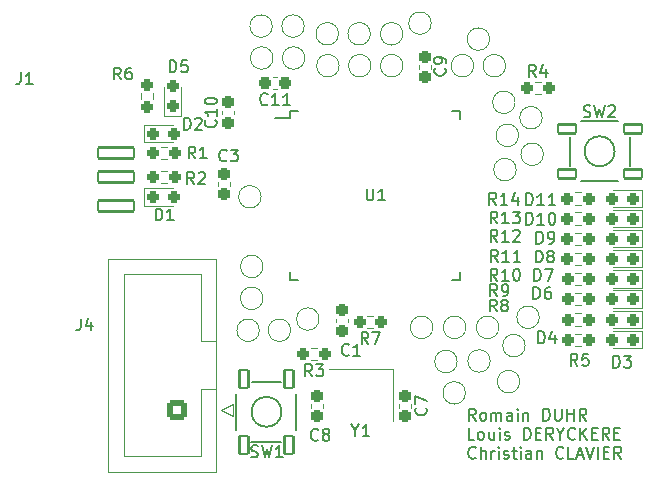
<source format=gto>
G04 #@! TF.GenerationSoftware,KiCad,Pcbnew,7.0.8-7.0.8~ubuntu22.04.1*
G04 #@! TF.CreationDate,2023-10-11T15:45:23+02:00*
G04 #@! TF.ProjectId,Pico_PCB,5069636f-5f50-4434-922e-6b696361645f,rev?*
G04 #@! TF.SameCoordinates,Original*
G04 #@! TF.FileFunction,Legend,Top*
G04 #@! TF.FilePolarity,Positive*
%FSLAX46Y46*%
G04 Gerber Fmt 4.6, Leading zero omitted, Abs format (unit mm)*
G04 Created by KiCad (PCBNEW 7.0.8-7.0.8~ubuntu22.04.1) date 2023-10-11 15:45:23*
%MOMM*%
%LPD*%
G01*
G04 APERTURE LIST*
G04 Aperture macros list*
%AMRoundRect*
0 Rectangle with rounded corners*
0 $1 Rounding radius*
0 $2 $3 $4 $5 $6 $7 $8 $9 X,Y pos of 4 corners*
0 Add a 4 corners polygon primitive as box body*
4,1,4,$2,$3,$4,$5,$6,$7,$8,$9,$2,$3,0*
0 Add four circle primitives for the rounded corners*
1,1,$1+$1,$2,$3*
1,1,$1+$1,$4,$5*
1,1,$1+$1,$6,$7*
1,1,$1+$1,$8,$9*
0 Add four rect primitives between the rounded corners*
20,1,$1+$1,$2,$3,$4,$5,0*
20,1,$1+$1,$4,$5,$6,$7,0*
20,1,$1+$1,$6,$7,$8,$9,0*
20,1,$1+$1,$8,$9,$2,$3,0*%
G04 Aperture macros list end*
%ADD10C,0.150000*%
%ADD11C,0.127000*%
%ADD12C,0.120000*%
%ADD13C,0.203200*%
%ADD14RoundRect,0.237500X0.287500X0.237500X-0.287500X0.237500X-0.287500X-0.237500X0.287500X-0.237500X0*%
%ADD15RoundRect,0.237500X0.250000X0.237500X-0.250000X0.237500X-0.250000X-0.237500X0.250000X-0.237500X0*%
%ADD16C,1.500000*%
%ADD17RoundRect,0.237500X-0.287500X-0.237500X0.287500X-0.237500X0.287500X0.237500X-0.287500X0.237500X0*%
%ADD18RoundRect,0.237500X0.237500X-0.300000X0.237500X0.300000X-0.237500X0.300000X-0.237500X-0.300000X0*%
%ADD19RoundRect,0.237500X-0.250000X-0.237500X0.250000X-0.237500X0.250000X0.237500X-0.250000X0.237500X0*%
%ADD20RoundRect,0.250000X0.600000X0.600000X-0.600000X0.600000X-0.600000X-0.600000X0.600000X-0.600000X0*%
%ADD21C,1.700000*%
%ADD22RoundRect,0.237500X-0.237500X0.300000X-0.237500X-0.300000X0.237500X-0.300000X0.237500X0.300000X0*%
%ADD23RoundRect,0.101600X-0.762000X0.381000X-0.762000X-0.381000X0.762000X-0.381000X0.762000X0.381000X0*%
%ADD24RoundRect,0.101600X0.381000X0.762000X-0.381000X0.762000X-0.381000X-0.762000X0.381000X-0.762000X0*%
%ADD25RoundRect,0.237500X0.237500X-0.287500X0.237500X0.287500X-0.237500X0.287500X-0.237500X-0.287500X0*%
%ADD26R,2.100000X1.800000*%
%ADD27R,1.500000X0.550000*%
%ADD28R,0.550000X1.500000*%
%ADD29RoundRect,0.237500X0.237500X-0.250000X0.237500X0.250000X-0.237500X0.250000X-0.237500X-0.250000X0*%
%ADD30RoundRect,0.237500X0.300000X0.237500X-0.300000X0.237500X-0.300000X-0.237500X0.300000X-0.237500X0*%
%ADD31C,3.202940*%
%ADD32RoundRect,0.101600X-1.499870X-0.449580X1.499870X-0.449580X1.499870X0.449580X-1.499870X0.449580X0*%
%ADD33C,3.530600*%
G04 APERTURE END LIST*
D10*
X267808207Y-50049819D02*
X267474874Y-49573628D01*
X267236779Y-50049819D02*
X267236779Y-49049819D01*
X267236779Y-49049819D02*
X267617731Y-49049819D01*
X267617731Y-49049819D02*
X267712969Y-49097438D01*
X267712969Y-49097438D02*
X267760588Y-49145057D01*
X267760588Y-49145057D02*
X267808207Y-49240295D01*
X267808207Y-49240295D02*
X267808207Y-49383152D01*
X267808207Y-49383152D02*
X267760588Y-49478390D01*
X267760588Y-49478390D02*
X267712969Y-49526009D01*
X267712969Y-49526009D02*
X267617731Y-49573628D01*
X267617731Y-49573628D02*
X267236779Y-49573628D01*
X268379636Y-50049819D02*
X268284398Y-50002200D01*
X268284398Y-50002200D02*
X268236779Y-49954580D01*
X268236779Y-49954580D02*
X268189160Y-49859342D01*
X268189160Y-49859342D02*
X268189160Y-49573628D01*
X268189160Y-49573628D02*
X268236779Y-49478390D01*
X268236779Y-49478390D02*
X268284398Y-49430771D01*
X268284398Y-49430771D02*
X268379636Y-49383152D01*
X268379636Y-49383152D02*
X268522493Y-49383152D01*
X268522493Y-49383152D02*
X268617731Y-49430771D01*
X268617731Y-49430771D02*
X268665350Y-49478390D01*
X268665350Y-49478390D02*
X268712969Y-49573628D01*
X268712969Y-49573628D02*
X268712969Y-49859342D01*
X268712969Y-49859342D02*
X268665350Y-49954580D01*
X268665350Y-49954580D02*
X268617731Y-50002200D01*
X268617731Y-50002200D02*
X268522493Y-50049819D01*
X268522493Y-50049819D02*
X268379636Y-50049819D01*
X269141541Y-50049819D02*
X269141541Y-49383152D01*
X269141541Y-49478390D02*
X269189160Y-49430771D01*
X269189160Y-49430771D02*
X269284398Y-49383152D01*
X269284398Y-49383152D02*
X269427255Y-49383152D01*
X269427255Y-49383152D02*
X269522493Y-49430771D01*
X269522493Y-49430771D02*
X269570112Y-49526009D01*
X269570112Y-49526009D02*
X269570112Y-50049819D01*
X269570112Y-49526009D02*
X269617731Y-49430771D01*
X269617731Y-49430771D02*
X269712969Y-49383152D01*
X269712969Y-49383152D02*
X269855826Y-49383152D01*
X269855826Y-49383152D02*
X269951065Y-49430771D01*
X269951065Y-49430771D02*
X269998684Y-49526009D01*
X269998684Y-49526009D02*
X269998684Y-50049819D01*
X270903445Y-50049819D02*
X270903445Y-49526009D01*
X270903445Y-49526009D02*
X270855826Y-49430771D01*
X270855826Y-49430771D02*
X270760588Y-49383152D01*
X270760588Y-49383152D02*
X270570112Y-49383152D01*
X270570112Y-49383152D02*
X270474874Y-49430771D01*
X270903445Y-50002200D02*
X270808207Y-50049819D01*
X270808207Y-50049819D02*
X270570112Y-50049819D01*
X270570112Y-50049819D02*
X270474874Y-50002200D01*
X270474874Y-50002200D02*
X270427255Y-49906961D01*
X270427255Y-49906961D02*
X270427255Y-49811723D01*
X270427255Y-49811723D02*
X270474874Y-49716485D01*
X270474874Y-49716485D02*
X270570112Y-49668866D01*
X270570112Y-49668866D02*
X270808207Y-49668866D01*
X270808207Y-49668866D02*
X270903445Y-49621247D01*
X271379636Y-50049819D02*
X271379636Y-49383152D01*
X271379636Y-49049819D02*
X271332017Y-49097438D01*
X271332017Y-49097438D02*
X271379636Y-49145057D01*
X271379636Y-49145057D02*
X271427255Y-49097438D01*
X271427255Y-49097438D02*
X271379636Y-49049819D01*
X271379636Y-49049819D02*
X271379636Y-49145057D01*
X271855826Y-49383152D02*
X271855826Y-50049819D01*
X271855826Y-49478390D02*
X271903445Y-49430771D01*
X271903445Y-49430771D02*
X271998683Y-49383152D01*
X271998683Y-49383152D02*
X272141540Y-49383152D01*
X272141540Y-49383152D02*
X272236778Y-49430771D01*
X272236778Y-49430771D02*
X272284397Y-49526009D01*
X272284397Y-49526009D02*
X272284397Y-50049819D01*
X273522493Y-50049819D02*
X273522493Y-49049819D01*
X273522493Y-49049819D02*
X273760588Y-49049819D01*
X273760588Y-49049819D02*
X273903445Y-49097438D01*
X273903445Y-49097438D02*
X273998683Y-49192676D01*
X273998683Y-49192676D02*
X274046302Y-49287914D01*
X274046302Y-49287914D02*
X274093921Y-49478390D01*
X274093921Y-49478390D02*
X274093921Y-49621247D01*
X274093921Y-49621247D02*
X274046302Y-49811723D01*
X274046302Y-49811723D02*
X273998683Y-49906961D01*
X273998683Y-49906961D02*
X273903445Y-50002200D01*
X273903445Y-50002200D02*
X273760588Y-50049819D01*
X273760588Y-50049819D02*
X273522493Y-50049819D01*
X274522493Y-49049819D02*
X274522493Y-49859342D01*
X274522493Y-49859342D02*
X274570112Y-49954580D01*
X274570112Y-49954580D02*
X274617731Y-50002200D01*
X274617731Y-50002200D02*
X274712969Y-50049819D01*
X274712969Y-50049819D02*
X274903445Y-50049819D01*
X274903445Y-50049819D02*
X274998683Y-50002200D01*
X274998683Y-50002200D02*
X275046302Y-49954580D01*
X275046302Y-49954580D02*
X275093921Y-49859342D01*
X275093921Y-49859342D02*
X275093921Y-49049819D01*
X275570112Y-50049819D02*
X275570112Y-49049819D01*
X275570112Y-49526009D02*
X276141540Y-49526009D01*
X276141540Y-50049819D02*
X276141540Y-49049819D01*
X277189159Y-50049819D02*
X276855826Y-49573628D01*
X276617731Y-50049819D02*
X276617731Y-49049819D01*
X276617731Y-49049819D02*
X276998683Y-49049819D01*
X276998683Y-49049819D02*
X277093921Y-49097438D01*
X277093921Y-49097438D02*
X277141540Y-49145057D01*
X277141540Y-49145057D02*
X277189159Y-49240295D01*
X277189159Y-49240295D02*
X277189159Y-49383152D01*
X277189159Y-49383152D02*
X277141540Y-49478390D01*
X277141540Y-49478390D02*
X277093921Y-49526009D01*
X277093921Y-49526009D02*
X276998683Y-49573628D01*
X276998683Y-49573628D02*
X276617731Y-49573628D01*
X267712969Y-51659819D02*
X267236779Y-51659819D01*
X267236779Y-51659819D02*
X267236779Y-50659819D01*
X268189160Y-51659819D02*
X268093922Y-51612200D01*
X268093922Y-51612200D02*
X268046303Y-51564580D01*
X268046303Y-51564580D02*
X267998684Y-51469342D01*
X267998684Y-51469342D02*
X267998684Y-51183628D01*
X267998684Y-51183628D02*
X268046303Y-51088390D01*
X268046303Y-51088390D02*
X268093922Y-51040771D01*
X268093922Y-51040771D02*
X268189160Y-50993152D01*
X268189160Y-50993152D02*
X268332017Y-50993152D01*
X268332017Y-50993152D02*
X268427255Y-51040771D01*
X268427255Y-51040771D02*
X268474874Y-51088390D01*
X268474874Y-51088390D02*
X268522493Y-51183628D01*
X268522493Y-51183628D02*
X268522493Y-51469342D01*
X268522493Y-51469342D02*
X268474874Y-51564580D01*
X268474874Y-51564580D02*
X268427255Y-51612200D01*
X268427255Y-51612200D02*
X268332017Y-51659819D01*
X268332017Y-51659819D02*
X268189160Y-51659819D01*
X269379636Y-50993152D02*
X269379636Y-51659819D01*
X268951065Y-50993152D02*
X268951065Y-51516961D01*
X268951065Y-51516961D02*
X268998684Y-51612200D01*
X268998684Y-51612200D02*
X269093922Y-51659819D01*
X269093922Y-51659819D02*
X269236779Y-51659819D01*
X269236779Y-51659819D02*
X269332017Y-51612200D01*
X269332017Y-51612200D02*
X269379636Y-51564580D01*
X269855827Y-51659819D02*
X269855827Y-50993152D01*
X269855827Y-50659819D02*
X269808208Y-50707438D01*
X269808208Y-50707438D02*
X269855827Y-50755057D01*
X269855827Y-50755057D02*
X269903446Y-50707438D01*
X269903446Y-50707438D02*
X269855827Y-50659819D01*
X269855827Y-50659819D02*
X269855827Y-50755057D01*
X270284398Y-51612200D02*
X270379636Y-51659819D01*
X270379636Y-51659819D02*
X270570112Y-51659819D01*
X270570112Y-51659819D02*
X270665350Y-51612200D01*
X270665350Y-51612200D02*
X270712969Y-51516961D01*
X270712969Y-51516961D02*
X270712969Y-51469342D01*
X270712969Y-51469342D02*
X270665350Y-51374104D01*
X270665350Y-51374104D02*
X270570112Y-51326485D01*
X270570112Y-51326485D02*
X270427255Y-51326485D01*
X270427255Y-51326485D02*
X270332017Y-51278866D01*
X270332017Y-51278866D02*
X270284398Y-51183628D01*
X270284398Y-51183628D02*
X270284398Y-51136009D01*
X270284398Y-51136009D02*
X270332017Y-51040771D01*
X270332017Y-51040771D02*
X270427255Y-50993152D01*
X270427255Y-50993152D02*
X270570112Y-50993152D01*
X270570112Y-50993152D02*
X270665350Y-51040771D01*
X271903446Y-51659819D02*
X271903446Y-50659819D01*
X271903446Y-50659819D02*
X272141541Y-50659819D01*
X272141541Y-50659819D02*
X272284398Y-50707438D01*
X272284398Y-50707438D02*
X272379636Y-50802676D01*
X272379636Y-50802676D02*
X272427255Y-50897914D01*
X272427255Y-50897914D02*
X272474874Y-51088390D01*
X272474874Y-51088390D02*
X272474874Y-51231247D01*
X272474874Y-51231247D02*
X272427255Y-51421723D01*
X272427255Y-51421723D02*
X272379636Y-51516961D01*
X272379636Y-51516961D02*
X272284398Y-51612200D01*
X272284398Y-51612200D02*
X272141541Y-51659819D01*
X272141541Y-51659819D02*
X271903446Y-51659819D01*
X272903446Y-51136009D02*
X273236779Y-51136009D01*
X273379636Y-51659819D02*
X272903446Y-51659819D01*
X272903446Y-51659819D02*
X272903446Y-50659819D01*
X272903446Y-50659819D02*
X273379636Y-50659819D01*
X274379636Y-51659819D02*
X274046303Y-51183628D01*
X273808208Y-51659819D02*
X273808208Y-50659819D01*
X273808208Y-50659819D02*
X274189160Y-50659819D01*
X274189160Y-50659819D02*
X274284398Y-50707438D01*
X274284398Y-50707438D02*
X274332017Y-50755057D01*
X274332017Y-50755057D02*
X274379636Y-50850295D01*
X274379636Y-50850295D02*
X274379636Y-50993152D01*
X274379636Y-50993152D02*
X274332017Y-51088390D01*
X274332017Y-51088390D02*
X274284398Y-51136009D01*
X274284398Y-51136009D02*
X274189160Y-51183628D01*
X274189160Y-51183628D02*
X273808208Y-51183628D01*
X274998684Y-51183628D02*
X274998684Y-51659819D01*
X274665351Y-50659819D02*
X274998684Y-51183628D01*
X274998684Y-51183628D02*
X275332017Y-50659819D01*
X276236779Y-51564580D02*
X276189160Y-51612200D01*
X276189160Y-51612200D02*
X276046303Y-51659819D01*
X276046303Y-51659819D02*
X275951065Y-51659819D01*
X275951065Y-51659819D02*
X275808208Y-51612200D01*
X275808208Y-51612200D02*
X275712970Y-51516961D01*
X275712970Y-51516961D02*
X275665351Y-51421723D01*
X275665351Y-51421723D02*
X275617732Y-51231247D01*
X275617732Y-51231247D02*
X275617732Y-51088390D01*
X275617732Y-51088390D02*
X275665351Y-50897914D01*
X275665351Y-50897914D02*
X275712970Y-50802676D01*
X275712970Y-50802676D02*
X275808208Y-50707438D01*
X275808208Y-50707438D02*
X275951065Y-50659819D01*
X275951065Y-50659819D02*
X276046303Y-50659819D01*
X276046303Y-50659819D02*
X276189160Y-50707438D01*
X276189160Y-50707438D02*
X276236779Y-50755057D01*
X276665351Y-51659819D02*
X276665351Y-50659819D01*
X277236779Y-51659819D02*
X276808208Y-51088390D01*
X277236779Y-50659819D02*
X276665351Y-51231247D01*
X277665351Y-51136009D02*
X277998684Y-51136009D01*
X278141541Y-51659819D02*
X277665351Y-51659819D01*
X277665351Y-51659819D02*
X277665351Y-50659819D01*
X277665351Y-50659819D02*
X278141541Y-50659819D01*
X279141541Y-51659819D02*
X278808208Y-51183628D01*
X278570113Y-51659819D02*
X278570113Y-50659819D01*
X278570113Y-50659819D02*
X278951065Y-50659819D01*
X278951065Y-50659819D02*
X279046303Y-50707438D01*
X279046303Y-50707438D02*
X279093922Y-50755057D01*
X279093922Y-50755057D02*
X279141541Y-50850295D01*
X279141541Y-50850295D02*
X279141541Y-50993152D01*
X279141541Y-50993152D02*
X279093922Y-51088390D01*
X279093922Y-51088390D02*
X279046303Y-51136009D01*
X279046303Y-51136009D02*
X278951065Y-51183628D01*
X278951065Y-51183628D02*
X278570113Y-51183628D01*
X279570113Y-51136009D02*
X279903446Y-51136009D01*
X280046303Y-51659819D02*
X279570113Y-51659819D01*
X279570113Y-51659819D02*
X279570113Y-50659819D01*
X279570113Y-50659819D02*
X280046303Y-50659819D01*
X267808207Y-53174580D02*
X267760588Y-53222200D01*
X267760588Y-53222200D02*
X267617731Y-53269819D01*
X267617731Y-53269819D02*
X267522493Y-53269819D01*
X267522493Y-53269819D02*
X267379636Y-53222200D01*
X267379636Y-53222200D02*
X267284398Y-53126961D01*
X267284398Y-53126961D02*
X267236779Y-53031723D01*
X267236779Y-53031723D02*
X267189160Y-52841247D01*
X267189160Y-52841247D02*
X267189160Y-52698390D01*
X267189160Y-52698390D02*
X267236779Y-52507914D01*
X267236779Y-52507914D02*
X267284398Y-52412676D01*
X267284398Y-52412676D02*
X267379636Y-52317438D01*
X267379636Y-52317438D02*
X267522493Y-52269819D01*
X267522493Y-52269819D02*
X267617731Y-52269819D01*
X267617731Y-52269819D02*
X267760588Y-52317438D01*
X267760588Y-52317438D02*
X267808207Y-52365057D01*
X268236779Y-53269819D02*
X268236779Y-52269819D01*
X268665350Y-53269819D02*
X268665350Y-52746009D01*
X268665350Y-52746009D02*
X268617731Y-52650771D01*
X268617731Y-52650771D02*
X268522493Y-52603152D01*
X268522493Y-52603152D02*
X268379636Y-52603152D01*
X268379636Y-52603152D02*
X268284398Y-52650771D01*
X268284398Y-52650771D02*
X268236779Y-52698390D01*
X269141541Y-53269819D02*
X269141541Y-52603152D01*
X269141541Y-52793628D02*
X269189160Y-52698390D01*
X269189160Y-52698390D02*
X269236779Y-52650771D01*
X269236779Y-52650771D02*
X269332017Y-52603152D01*
X269332017Y-52603152D02*
X269427255Y-52603152D01*
X269760589Y-53269819D02*
X269760589Y-52603152D01*
X269760589Y-52269819D02*
X269712970Y-52317438D01*
X269712970Y-52317438D02*
X269760589Y-52365057D01*
X269760589Y-52365057D02*
X269808208Y-52317438D01*
X269808208Y-52317438D02*
X269760589Y-52269819D01*
X269760589Y-52269819D02*
X269760589Y-52365057D01*
X270189160Y-53222200D02*
X270284398Y-53269819D01*
X270284398Y-53269819D02*
X270474874Y-53269819D01*
X270474874Y-53269819D02*
X270570112Y-53222200D01*
X270570112Y-53222200D02*
X270617731Y-53126961D01*
X270617731Y-53126961D02*
X270617731Y-53079342D01*
X270617731Y-53079342D02*
X270570112Y-52984104D01*
X270570112Y-52984104D02*
X270474874Y-52936485D01*
X270474874Y-52936485D02*
X270332017Y-52936485D01*
X270332017Y-52936485D02*
X270236779Y-52888866D01*
X270236779Y-52888866D02*
X270189160Y-52793628D01*
X270189160Y-52793628D02*
X270189160Y-52746009D01*
X270189160Y-52746009D02*
X270236779Y-52650771D01*
X270236779Y-52650771D02*
X270332017Y-52603152D01*
X270332017Y-52603152D02*
X270474874Y-52603152D01*
X270474874Y-52603152D02*
X270570112Y-52650771D01*
X270903446Y-52603152D02*
X271284398Y-52603152D01*
X271046303Y-52269819D02*
X271046303Y-53126961D01*
X271046303Y-53126961D02*
X271093922Y-53222200D01*
X271093922Y-53222200D02*
X271189160Y-53269819D01*
X271189160Y-53269819D02*
X271284398Y-53269819D01*
X271617732Y-53269819D02*
X271617732Y-52603152D01*
X271617732Y-52269819D02*
X271570113Y-52317438D01*
X271570113Y-52317438D02*
X271617732Y-52365057D01*
X271617732Y-52365057D02*
X271665351Y-52317438D01*
X271665351Y-52317438D02*
X271617732Y-52269819D01*
X271617732Y-52269819D02*
X271617732Y-52365057D01*
X272522493Y-53269819D02*
X272522493Y-52746009D01*
X272522493Y-52746009D02*
X272474874Y-52650771D01*
X272474874Y-52650771D02*
X272379636Y-52603152D01*
X272379636Y-52603152D02*
X272189160Y-52603152D01*
X272189160Y-52603152D02*
X272093922Y-52650771D01*
X272522493Y-53222200D02*
X272427255Y-53269819D01*
X272427255Y-53269819D02*
X272189160Y-53269819D01*
X272189160Y-53269819D02*
X272093922Y-53222200D01*
X272093922Y-53222200D02*
X272046303Y-53126961D01*
X272046303Y-53126961D02*
X272046303Y-53031723D01*
X272046303Y-53031723D02*
X272093922Y-52936485D01*
X272093922Y-52936485D02*
X272189160Y-52888866D01*
X272189160Y-52888866D02*
X272427255Y-52888866D01*
X272427255Y-52888866D02*
X272522493Y-52841247D01*
X272998684Y-52603152D02*
X272998684Y-53269819D01*
X272998684Y-52698390D02*
X273046303Y-52650771D01*
X273046303Y-52650771D02*
X273141541Y-52603152D01*
X273141541Y-52603152D02*
X273284398Y-52603152D01*
X273284398Y-52603152D02*
X273379636Y-52650771D01*
X273379636Y-52650771D02*
X273427255Y-52746009D01*
X273427255Y-52746009D02*
X273427255Y-53269819D01*
X275236779Y-53174580D02*
X275189160Y-53222200D01*
X275189160Y-53222200D02*
X275046303Y-53269819D01*
X275046303Y-53269819D02*
X274951065Y-53269819D01*
X274951065Y-53269819D02*
X274808208Y-53222200D01*
X274808208Y-53222200D02*
X274712970Y-53126961D01*
X274712970Y-53126961D02*
X274665351Y-53031723D01*
X274665351Y-53031723D02*
X274617732Y-52841247D01*
X274617732Y-52841247D02*
X274617732Y-52698390D01*
X274617732Y-52698390D02*
X274665351Y-52507914D01*
X274665351Y-52507914D02*
X274712970Y-52412676D01*
X274712970Y-52412676D02*
X274808208Y-52317438D01*
X274808208Y-52317438D02*
X274951065Y-52269819D01*
X274951065Y-52269819D02*
X275046303Y-52269819D01*
X275046303Y-52269819D02*
X275189160Y-52317438D01*
X275189160Y-52317438D02*
X275236779Y-52365057D01*
X276141541Y-53269819D02*
X275665351Y-53269819D01*
X275665351Y-53269819D02*
X275665351Y-52269819D01*
X276427256Y-52984104D02*
X276903446Y-52984104D01*
X276332018Y-53269819D02*
X276665351Y-52269819D01*
X276665351Y-52269819D02*
X276998684Y-53269819D01*
X277189161Y-52269819D02*
X277522494Y-53269819D01*
X277522494Y-53269819D02*
X277855827Y-52269819D01*
X278189161Y-53269819D02*
X278189161Y-52269819D01*
X278665351Y-52746009D02*
X278998684Y-52746009D01*
X279141541Y-53269819D02*
X278665351Y-53269819D01*
X278665351Y-53269819D02*
X278665351Y-52269819D01*
X278665351Y-52269819D02*
X279141541Y-52269819D01*
X280141541Y-53269819D02*
X279808208Y-52793628D01*
X279570113Y-53269819D02*
X279570113Y-52269819D01*
X279570113Y-52269819D02*
X279951065Y-52269819D01*
X279951065Y-52269819D02*
X280046303Y-52317438D01*
X280046303Y-52317438D02*
X280093922Y-52365057D01*
X280093922Y-52365057D02*
X280141541Y-52460295D01*
X280141541Y-52460295D02*
X280141541Y-52603152D01*
X280141541Y-52603152D02*
X280093922Y-52698390D01*
X280093922Y-52698390D02*
X280046303Y-52746009D01*
X280046303Y-52746009D02*
X279951065Y-52793628D01*
X279951065Y-52793628D02*
X279570113Y-52793628D01*
X279461905Y-45554819D02*
X279461905Y-44554819D01*
X279461905Y-44554819D02*
X279700000Y-44554819D01*
X279700000Y-44554819D02*
X279842857Y-44602438D01*
X279842857Y-44602438D02*
X279938095Y-44697676D01*
X279938095Y-44697676D02*
X279985714Y-44792914D01*
X279985714Y-44792914D02*
X280033333Y-44983390D01*
X280033333Y-44983390D02*
X280033333Y-45126247D01*
X280033333Y-45126247D02*
X279985714Y-45316723D01*
X279985714Y-45316723D02*
X279938095Y-45411961D01*
X279938095Y-45411961D02*
X279842857Y-45507200D01*
X279842857Y-45507200D02*
X279700000Y-45554819D01*
X279700000Y-45554819D02*
X279461905Y-45554819D01*
X280366667Y-44554819D02*
X280985714Y-44554819D01*
X280985714Y-44554819D02*
X280652381Y-44935771D01*
X280652381Y-44935771D02*
X280795238Y-44935771D01*
X280795238Y-44935771D02*
X280890476Y-44983390D01*
X280890476Y-44983390D02*
X280938095Y-45031009D01*
X280938095Y-45031009D02*
X280985714Y-45126247D01*
X280985714Y-45126247D02*
X280985714Y-45364342D01*
X280985714Y-45364342D02*
X280938095Y-45459580D01*
X280938095Y-45459580D02*
X280890476Y-45507200D01*
X280890476Y-45507200D02*
X280795238Y-45554819D01*
X280795238Y-45554819D02*
X280509524Y-45554819D01*
X280509524Y-45554819D02*
X280414286Y-45507200D01*
X280414286Y-45507200D02*
X280366667Y-45459580D01*
X243983333Y-30004819D02*
X243650000Y-29528628D01*
X243411905Y-30004819D02*
X243411905Y-29004819D01*
X243411905Y-29004819D02*
X243792857Y-29004819D01*
X243792857Y-29004819D02*
X243888095Y-29052438D01*
X243888095Y-29052438D02*
X243935714Y-29100057D01*
X243935714Y-29100057D02*
X243983333Y-29195295D01*
X243983333Y-29195295D02*
X243983333Y-29338152D01*
X243983333Y-29338152D02*
X243935714Y-29433390D01*
X243935714Y-29433390D02*
X243888095Y-29481009D01*
X243888095Y-29481009D02*
X243792857Y-29528628D01*
X243792857Y-29528628D02*
X243411905Y-29528628D01*
X244364286Y-29100057D02*
X244411905Y-29052438D01*
X244411905Y-29052438D02*
X244507143Y-29004819D01*
X244507143Y-29004819D02*
X244745238Y-29004819D01*
X244745238Y-29004819D02*
X244840476Y-29052438D01*
X244840476Y-29052438D02*
X244888095Y-29100057D01*
X244888095Y-29100057D02*
X244935714Y-29195295D01*
X244935714Y-29195295D02*
X244935714Y-29290533D01*
X244935714Y-29290533D02*
X244888095Y-29433390D01*
X244888095Y-29433390D02*
X244316667Y-30004819D01*
X244316667Y-30004819D02*
X244935714Y-30004819D01*
X272911905Y-36654819D02*
X272911905Y-35654819D01*
X272911905Y-35654819D02*
X273150000Y-35654819D01*
X273150000Y-35654819D02*
X273292857Y-35702438D01*
X273292857Y-35702438D02*
X273388095Y-35797676D01*
X273388095Y-35797676D02*
X273435714Y-35892914D01*
X273435714Y-35892914D02*
X273483333Y-36083390D01*
X273483333Y-36083390D02*
X273483333Y-36226247D01*
X273483333Y-36226247D02*
X273435714Y-36416723D01*
X273435714Y-36416723D02*
X273388095Y-36511961D01*
X273388095Y-36511961D02*
X273292857Y-36607200D01*
X273292857Y-36607200D02*
X273150000Y-36654819D01*
X273150000Y-36654819D02*
X272911905Y-36654819D01*
X274054762Y-36083390D02*
X273959524Y-36035771D01*
X273959524Y-36035771D02*
X273911905Y-35988152D01*
X273911905Y-35988152D02*
X273864286Y-35892914D01*
X273864286Y-35892914D02*
X273864286Y-35845295D01*
X273864286Y-35845295D02*
X273911905Y-35750057D01*
X273911905Y-35750057D02*
X273959524Y-35702438D01*
X273959524Y-35702438D02*
X274054762Y-35654819D01*
X274054762Y-35654819D02*
X274245238Y-35654819D01*
X274245238Y-35654819D02*
X274340476Y-35702438D01*
X274340476Y-35702438D02*
X274388095Y-35750057D01*
X274388095Y-35750057D02*
X274435714Y-35845295D01*
X274435714Y-35845295D02*
X274435714Y-35892914D01*
X274435714Y-35892914D02*
X274388095Y-35988152D01*
X274388095Y-35988152D02*
X274340476Y-36035771D01*
X274340476Y-36035771D02*
X274245238Y-36083390D01*
X274245238Y-36083390D02*
X274054762Y-36083390D01*
X274054762Y-36083390D02*
X273959524Y-36131009D01*
X273959524Y-36131009D02*
X273911905Y-36178628D01*
X273911905Y-36178628D02*
X273864286Y-36273866D01*
X273864286Y-36273866D02*
X273864286Y-36464342D01*
X273864286Y-36464342D02*
X273911905Y-36559580D01*
X273911905Y-36559580D02*
X273959524Y-36607200D01*
X273959524Y-36607200D02*
X274054762Y-36654819D01*
X274054762Y-36654819D02*
X274245238Y-36654819D01*
X274245238Y-36654819D02*
X274340476Y-36607200D01*
X274340476Y-36607200D02*
X274388095Y-36559580D01*
X274388095Y-36559580D02*
X274435714Y-36464342D01*
X274435714Y-36464342D02*
X274435714Y-36273866D01*
X274435714Y-36273866D02*
X274388095Y-36178628D01*
X274388095Y-36178628D02*
X274340476Y-36131009D01*
X274340476Y-36131009D02*
X274245238Y-36083390D01*
X240711905Y-33104819D02*
X240711905Y-32104819D01*
X240711905Y-32104819D02*
X240950000Y-32104819D01*
X240950000Y-32104819D02*
X241092857Y-32152438D01*
X241092857Y-32152438D02*
X241188095Y-32247676D01*
X241188095Y-32247676D02*
X241235714Y-32342914D01*
X241235714Y-32342914D02*
X241283333Y-32533390D01*
X241283333Y-32533390D02*
X241283333Y-32676247D01*
X241283333Y-32676247D02*
X241235714Y-32866723D01*
X241235714Y-32866723D02*
X241188095Y-32961961D01*
X241188095Y-32961961D02*
X241092857Y-33057200D01*
X241092857Y-33057200D02*
X240950000Y-33104819D01*
X240950000Y-33104819D02*
X240711905Y-33104819D01*
X242235714Y-33104819D02*
X241664286Y-33104819D01*
X241950000Y-33104819D02*
X241950000Y-32104819D01*
X241950000Y-32104819D02*
X241854762Y-32247676D01*
X241854762Y-32247676D02*
X241759524Y-32342914D01*
X241759524Y-32342914D02*
X241664286Y-32390533D01*
X272085714Y-33454819D02*
X272085714Y-32454819D01*
X272085714Y-32454819D02*
X272323809Y-32454819D01*
X272323809Y-32454819D02*
X272466666Y-32502438D01*
X272466666Y-32502438D02*
X272561904Y-32597676D01*
X272561904Y-32597676D02*
X272609523Y-32692914D01*
X272609523Y-32692914D02*
X272657142Y-32883390D01*
X272657142Y-32883390D02*
X272657142Y-33026247D01*
X272657142Y-33026247D02*
X272609523Y-33216723D01*
X272609523Y-33216723D02*
X272561904Y-33311961D01*
X272561904Y-33311961D02*
X272466666Y-33407200D01*
X272466666Y-33407200D02*
X272323809Y-33454819D01*
X272323809Y-33454819D02*
X272085714Y-33454819D01*
X273609523Y-33454819D02*
X273038095Y-33454819D01*
X273323809Y-33454819D02*
X273323809Y-32454819D01*
X273323809Y-32454819D02*
X273228571Y-32597676D01*
X273228571Y-32597676D02*
X273133333Y-32692914D01*
X273133333Y-32692914D02*
X273038095Y-32740533D01*
X274228571Y-32454819D02*
X274323809Y-32454819D01*
X274323809Y-32454819D02*
X274419047Y-32502438D01*
X274419047Y-32502438D02*
X274466666Y-32550057D01*
X274466666Y-32550057D02*
X274514285Y-32645295D01*
X274514285Y-32645295D02*
X274561904Y-32835771D01*
X274561904Y-32835771D02*
X274561904Y-33073866D01*
X274561904Y-33073866D02*
X274514285Y-33264342D01*
X274514285Y-33264342D02*
X274466666Y-33359580D01*
X274466666Y-33359580D02*
X274419047Y-33407200D01*
X274419047Y-33407200D02*
X274323809Y-33454819D01*
X274323809Y-33454819D02*
X274228571Y-33454819D01*
X274228571Y-33454819D02*
X274133333Y-33407200D01*
X274133333Y-33407200D02*
X274085714Y-33359580D01*
X274085714Y-33359580D02*
X274038095Y-33264342D01*
X274038095Y-33264342D02*
X273990476Y-33073866D01*
X273990476Y-33073866D02*
X273990476Y-32835771D01*
X273990476Y-32835771D02*
X274038095Y-32645295D01*
X274038095Y-32645295D02*
X274085714Y-32550057D01*
X274085714Y-32550057D02*
X274133333Y-32502438D01*
X274133333Y-32502438D02*
X274228571Y-32454819D01*
X272961905Y-35054819D02*
X272961905Y-34054819D01*
X272961905Y-34054819D02*
X273200000Y-34054819D01*
X273200000Y-34054819D02*
X273342857Y-34102438D01*
X273342857Y-34102438D02*
X273438095Y-34197676D01*
X273438095Y-34197676D02*
X273485714Y-34292914D01*
X273485714Y-34292914D02*
X273533333Y-34483390D01*
X273533333Y-34483390D02*
X273533333Y-34626247D01*
X273533333Y-34626247D02*
X273485714Y-34816723D01*
X273485714Y-34816723D02*
X273438095Y-34911961D01*
X273438095Y-34911961D02*
X273342857Y-35007200D01*
X273342857Y-35007200D02*
X273200000Y-35054819D01*
X273200000Y-35054819D02*
X272961905Y-35054819D01*
X274009524Y-35054819D02*
X274200000Y-35054819D01*
X274200000Y-35054819D02*
X274295238Y-35007200D01*
X274295238Y-35007200D02*
X274342857Y-34959580D01*
X274342857Y-34959580D02*
X274438095Y-34816723D01*
X274438095Y-34816723D02*
X274485714Y-34626247D01*
X274485714Y-34626247D02*
X274485714Y-34245295D01*
X274485714Y-34245295D02*
X274438095Y-34150057D01*
X274438095Y-34150057D02*
X274390476Y-34102438D01*
X274390476Y-34102438D02*
X274295238Y-34054819D01*
X274295238Y-34054819D02*
X274104762Y-34054819D01*
X274104762Y-34054819D02*
X274009524Y-34102438D01*
X274009524Y-34102438D02*
X273961905Y-34150057D01*
X273961905Y-34150057D02*
X273914286Y-34245295D01*
X273914286Y-34245295D02*
X273914286Y-34483390D01*
X273914286Y-34483390D02*
X273961905Y-34578628D01*
X273961905Y-34578628D02*
X274009524Y-34626247D01*
X274009524Y-34626247D02*
X274104762Y-34673866D01*
X274104762Y-34673866D02*
X274295238Y-34673866D01*
X274295238Y-34673866D02*
X274390476Y-34626247D01*
X274390476Y-34626247D02*
X274438095Y-34578628D01*
X274438095Y-34578628D02*
X274485714Y-34483390D01*
X243111905Y-25404819D02*
X243111905Y-24404819D01*
X243111905Y-24404819D02*
X243350000Y-24404819D01*
X243350000Y-24404819D02*
X243492857Y-24452438D01*
X243492857Y-24452438D02*
X243588095Y-24547676D01*
X243588095Y-24547676D02*
X243635714Y-24642914D01*
X243635714Y-24642914D02*
X243683333Y-24833390D01*
X243683333Y-24833390D02*
X243683333Y-24976247D01*
X243683333Y-24976247D02*
X243635714Y-25166723D01*
X243635714Y-25166723D02*
X243588095Y-25261961D01*
X243588095Y-25261961D02*
X243492857Y-25357200D01*
X243492857Y-25357200D02*
X243350000Y-25404819D01*
X243350000Y-25404819D02*
X243111905Y-25404819D01*
X244064286Y-24500057D02*
X244111905Y-24452438D01*
X244111905Y-24452438D02*
X244207143Y-24404819D01*
X244207143Y-24404819D02*
X244445238Y-24404819D01*
X244445238Y-24404819D02*
X244540476Y-24452438D01*
X244540476Y-24452438D02*
X244588095Y-24500057D01*
X244588095Y-24500057D02*
X244635714Y-24595295D01*
X244635714Y-24595295D02*
X244635714Y-24690533D01*
X244635714Y-24690533D02*
X244588095Y-24833390D01*
X244588095Y-24833390D02*
X244016667Y-25404819D01*
X244016667Y-25404819D02*
X244635714Y-25404819D01*
X253970833Y-46284819D02*
X253637500Y-45808628D01*
X253399405Y-46284819D02*
X253399405Y-45284819D01*
X253399405Y-45284819D02*
X253780357Y-45284819D01*
X253780357Y-45284819D02*
X253875595Y-45332438D01*
X253875595Y-45332438D02*
X253923214Y-45380057D01*
X253923214Y-45380057D02*
X253970833Y-45475295D01*
X253970833Y-45475295D02*
X253970833Y-45618152D01*
X253970833Y-45618152D02*
X253923214Y-45713390D01*
X253923214Y-45713390D02*
X253875595Y-45761009D01*
X253875595Y-45761009D02*
X253780357Y-45808628D01*
X253780357Y-45808628D02*
X253399405Y-45808628D01*
X254304167Y-45284819D02*
X254923214Y-45284819D01*
X254923214Y-45284819D02*
X254589881Y-45665771D01*
X254589881Y-45665771D02*
X254732738Y-45665771D01*
X254732738Y-45665771D02*
X254827976Y-45713390D01*
X254827976Y-45713390D02*
X254875595Y-45761009D01*
X254875595Y-45761009D02*
X254923214Y-45856247D01*
X254923214Y-45856247D02*
X254923214Y-46094342D01*
X254923214Y-46094342D02*
X254875595Y-46189580D01*
X254875595Y-46189580D02*
X254827976Y-46237200D01*
X254827976Y-46237200D02*
X254732738Y-46284819D01*
X254732738Y-46284819D02*
X254447024Y-46284819D01*
X254447024Y-46284819D02*
X254351786Y-46237200D01*
X254351786Y-46237200D02*
X254304167Y-46189580D01*
X273111905Y-43504819D02*
X273111905Y-42504819D01*
X273111905Y-42504819D02*
X273350000Y-42504819D01*
X273350000Y-42504819D02*
X273492857Y-42552438D01*
X273492857Y-42552438D02*
X273588095Y-42647676D01*
X273588095Y-42647676D02*
X273635714Y-42742914D01*
X273635714Y-42742914D02*
X273683333Y-42933390D01*
X273683333Y-42933390D02*
X273683333Y-43076247D01*
X273683333Y-43076247D02*
X273635714Y-43266723D01*
X273635714Y-43266723D02*
X273588095Y-43361961D01*
X273588095Y-43361961D02*
X273492857Y-43457200D01*
X273492857Y-43457200D02*
X273350000Y-43504819D01*
X273350000Y-43504819D02*
X273111905Y-43504819D01*
X274540476Y-42838152D02*
X274540476Y-43504819D01*
X274302381Y-42457200D02*
X274064286Y-43171485D01*
X274064286Y-43171485D02*
X274683333Y-43171485D01*
X254483333Y-51659580D02*
X254435714Y-51707200D01*
X254435714Y-51707200D02*
X254292857Y-51754819D01*
X254292857Y-51754819D02*
X254197619Y-51754819D01*
X254197619Y-51754819D02*
X254054762Y-51707200D01*
X254054762Y-51707200D02*
X253959524Y-51611961D01*
X253959524Y-51611961D02*
X253911905Y-51516723D01*
X253911905Y-51516723D02*
X253864286Y-51326247D01*
X253864286Y-51326247D02*
X253864286Y-51183390D01*
X253864286Y-51183390D02*
X253911905Y-50992914D01*
X253911905Y-50992914D02*
X253959524Y-50897676D01*
X253959524Y-50897676D02*
X254054762Y-50802438D01*
X254054762Y-50802438D02*
X254197619Y-50754819D01*
X254197619Y-50754819D02*
X254292857Y-50754819D01*
X254292857Y-50754819D02*
X254435714Y-50802438D01*
X254435714Y-50802438D02*
X254483333Y-50850057D01*
X255054762Y-51183390D02*
X254959524Y-51135771D01*
X254959524Y-51135771D02*
X254911905Y-51088152D01*
X254911905Y-51088152D02*
X254864286Y-50992914D01*
X254864286Y-50992914D02*
X254864286Y-50945295D01*
X254864286Y-50945295D02*
X254911905Y-50850057D01*
X254911905Y-50850057D02*
X254959524Y-50802438D01*
X254959524Y-50802438D02*
X255054762Y-50754819D01*
X255054762Y-50754819D02*
X255245238Y-50754819D01*
X255245238Y-50754819D02*
X255340476Y-50802438D01*
X255340476Y-50802438D02*
X255388095Y-50850057D01*
X255388095Y-50850057D02*
X255435714Y-50945295D01*
X255435714Y-50945295D02*
X255435714Y-50992914D01*
X255435714Y-50992914D02*
X255388095Y-51088152D01*
X255388095Y-51088152D02*
X255340476Y-51135771D01*
X255340476Y-51135771D02*
X255245238Y-51183390D01*
X255245238Y-51183390D02*
X255054762Y-51183390D01*
X255054762Y-51183390D02*
X254959524Y-51231009D01*
X254959524Y-51231009D02*
X254911905Y-51278628D01*
X254911905Y-51278628D02*
X254864286Y-51373866D01*
X254864286Y-51373866D02*
X254864286Y-51564342D01*
X254864286Y-51564342D02*
X254911905Y-51659580D01*
X254911905Y-51659580D02*
X254959524Y-51707200D01*
X254959524Y-51707200D02*
X255054762Y-51754819D01*
X255054762Y-51754819D02*
X255245238Y-51754819D01*
X255245238Y-51754819D02*
X255340476Y-51707200D01*
X255340476Y-51707200D02*
X255388095Y-51659580D01*
X255388095Y-51659580D02*
X255435714Y-51564342D01*
X255435714Y-51564342D02*
X255435714Y-51373866D01*
X255435714Y-51373866D02*
X255388095Y-51278628D01*
X255388095Y-51278628D02*
X255340476Y-51231009D01*
X255340476Y-51231009D02*
X255245238Y-51183390D01*
X272920833Y-20924819D02*
X272587500Y-20448628D01*
X272349405Y-20924819D02*
X272349405Y-19924819D01*
X272349405Y-19924819D02*
X272730357Y-19924819D01*
X272730357Y-19924819D02*
X272825595Y-19972438D01*
X272825595Y-19972438D02*
X272873214Y-20020057D01*
X272873214Y-20020057D02*
X272920833Y-20115295D01*
X272920833Y-20115295D02*
X272920833Y-20258152D01*
X272920833Y-20258152D02*
X272873214Y-20353390D01*
X272873214Y-20353390D02*
X272825595Y-20401009D01*
X272825595Y-20401009D02*
X272730357Y-20448628D01*
X272730357Y-20448628D02*
X272349405Y-20448628D01*
X273777976Y-20258152D02*
X273777976Y-20924819D01*
X273539881Y-19877200D02*
X273301786Y-20591485D01*
X273301786Y-20591485D02*
X273920833Y-20591485D01*
X265209580Y-20216666D02*
X265257200Y-20264285D01*
X265257200Y-20264285D02*
X265304819Y-20407142D01*
X265304819Y-20407142D02*
X265304819Y-20502380D01*
X265304819Y-20502380D02*
X265257200Y-20645237D01*
X265257200Y-20645237D02*
X265161961Y-20740475D01*
X265161961Y-20740475D02*
X265066723Y-20788094D01*
X265066723Y-20788094D02*
X264876247Y-20835713D01*
X264876247Y-20835713D02*
X264733390Y-20835713D01*
X264733390Y-20835713D02*
X264542914Y-20788094D01*
X264542914Y-20788094D02*
X264447676Y-20740475D01*
X264447676Y-20740475D02*
X264352438Y-20645237D01*
X264352438Y-20645237D02*
X264304819Y-20502380D01*
X264304819Y-20502380D02*
X264304819Y-20407142D01*
X264304819Y-20407142D02*
X264352438Y-20264285D01*
X264352438Y-20264285D02*
X264400057Y-20216666D01*
X265304819Y-19740475D02*
X265304819Y-19549999D01*
X265304819Y-19549999D02*
X265257200Y-19454761D01*
X265257200Y-19454761D02*
X265209580Y-19407142D01*
X265209580Y-19407142D02*
X265066723Y-19311904D01*
X265066723Y-19311904D02*
X264876247Y-19264285D01*
X264876247Y-19264285D02*
X264495295Y-19264285D01*
X264495295Y-19264285D02*
X264400057Y-19311904D01*
X264400057Y-19311904D02*
X264352438Y-19359523D01*
X264352438Y-19359523D02*
X264304819Y-19454761D01*
X264304819Y-19454761D02*
X264304819Y-19645237D01*
X264304819Y-19645237D02*
X264352438Y-19740475D01*
X264352438Y-19740475D02*
X264400057Y-19788094D01*
X264400057Y-19788094D02*
X264495295Y-19835713D01*
X264495295Y-19835713D02*
X264733390Y-19835713D01*
X264733390Y-19835713D02*
X264828628Y-19788094D01*
X264828628Y-19788094D02*
X264876247Y-19740475D01*
X264876247Y-19740475D02*
X264923866Y-19645237D01*
X264923866Y-19645237D02*
X264923866Y-19454761D01*
X264923866Y-19454761D02*
X264876247Y-19359523D01*
X264876247Y-19359523D02*
X264828628Y-19311904D01*
X264828628Y-19311904D02*
X264733390Y-19264285D01*
X234366666Y-41404819D02*
X234366666Y-42119104D01*
X234366666Y-42119104D02*
X234319047Y-42261961D01*
X234319047Y-42261961D02*
X234223809Y-42357200D01*
X234223809Y-42357200D02*
X234080952Y-42404819D01*
X234080952Y-42404819D02*
X233985714Y-42404819D01*
X235271428Y-41738152D02*
X235271428Y-42404819D01*
X235033333Y-41357200D02*
X234795238Y-42071485D01*
X234795238Y-42071485D02*
X235414285Y-42071485D01*
X246733333Y-28009580D02*
X246685714Y-28057200D01*
X246685714Y-28057200D02*
X246542857Y-28104819D01*
X246542857Y-28104819D02*
X246447619Y-28104819D01*
X246447619Y-28104819D02*
X246304762Y-28057200D01*
X246304762Y-28057200D02*
X246209524Y-27961961D01*
X246209524Y-27961961D02*
X246161905Y-27866723D01*
X246161905Y-27866723D02*
X246114286Y-27676247D01*
X246114286Y-27676247D02*
X246114286Y-27533390D01*
X246114286Y-27533390D02*
X246161905Y-27342914D01*
X246161905Y-27342914D02*
X246209524Y-27247676D01*
X246209524Y-27247676D02*
X246304762Y-27152438D01*
X246304762Y-27152438D02*
X246447619Y-27104819D01*
X246447619Y-27104819D02*
X246542857Y-27104819D01*
X246542857Y-27104819D02*
X246685714Y-27152438D01*
X246685714Y-27152438D02*
X246733333Y-27200057D01*
X247066667Y-27104819D02*
X247685714Y-27104819D01*
X247685714Y-27104819D02*
X247352381Y-27485771D01*
X247352381Y-27485771D02*
X247495238Y-27485771D01*
X247495238Y-27485771D02*
X247590476Y-27533390D01*
X247590476Y-27533390D02*
X247638095Y-27581009D01*
X247638095Y-27581009D02*
X247685714Y-27676247D01*
X247685714Y-27676247D02*
X247685714Y-27914342D01*
X247685714Y-27914342D02*
X247638095Y-28009580D01*
X247638095Y-28009580D02*
X247590476Y-28057200D01*
X247590476Y-28057200D02*
X247495238Y-28104819D01*
X247495238Y-28104819D02*
X247209524Y-28104819D01*
X247209524Y-28104819D02*
X247114286Y-28057200D01*
X247114286Y-28057200D02*
X247066667Y-28009580D01*
X245779580Y-24605357D02*
X245827200Y-24652976D01*
X245827200Y-24652976D02*
X245874819Y-24795833D01*
X245874819Y-24795833D02*
X245874819Y-24891071D01*
X245874819Y-24891071D02*
X245827200Y-25033928D01*
X245827200Y-25033928D02*
X245731961Y-25129166D01*
X245731961Y-25129166D02*
X245636723Y-25176785D01*
X245636723Y-25176785D02*
X245446247Y-25224404D01*
X245446247Y-25224404D02*
X245303390Y-25224404D01*
X245303390Y-25224404D02*
X245112914Y-25176785D01*
X245112914Y-25176785D02*
X245017676Y-25129166D01*
X245017676Y-25129166D02*
X244922438Y-25033928D01*
X244922438Y-25033928D02*
X244874819Y-24891071D01*
X244874819Y-24891071D02*
X244874819Y-24795833D01*
X244874819Y-24795833D02*
X244922438Y-24652976D01*
X244922438Y-24652976D02*
X244970057Y-24605357D01*
X245874819Y-23652976D02*
X245874819Y-24224404D01*
X245874819Y-23938690D02*
X244874819Y-23938690D01*
X244874819Y-23938690D02*
X245017676Y-24033928D01*
X245017676Y-24033928D02*
X245112914Y-24129166D01*
X245112914Y-24129166D02*
X245160533Y-24224404D01*
X244874819Y-23033928D02*
X244874819Y-22938690D01*
X244874819Y-22938690D02*
X244922438Y-22843452D01*
X244922438Y-22843452D02*
X244970057Y-22795833D01*
X244970057Y-22795833D02*
X245065295Y-22748214D01*
X245065295Y-22748214D02*
X245255771Y-22700595D01*
X245255771Y-22700595D02*
X245493866Y-22700595D01*
X245493866Y-22700595D02*
X245684342Y-22748214D01*
X245684342Y-22748214D02*
X245779580Y-22795833D01*
X245779580Y-22795833D02*
X245827200Y-22843452D01*
X245827200Y-22843452D02*
X245874819Y-22938690D01*
X245874819Y-22938690D02*
X245874819Y-23033928D01*
X245874819Y-23033928D02*
X245827200Y-23129166D01*
X245827200Y-23129166D02*
X245779580Y-23176785D01*
X245779580Y-23176785D02*
X245684342Y-23224404D01*
X245684342Y-23224404D02*
X245493866Y-23272023D01*
X245493866Y-23272023D02*
X245255771Y-23272023D01*
X245255771Y-23272023D02*
X245065295Y-23224404D01*
X245065295Y-23224404D02*
X244970057Y-23176785D01*
X244970057Y-23176785D02*
X244922438Y-23129166D01*
X244922438Y-23129166D02*
X244874819Y-23033928D01*
X269583333Y-40804819D02*
X269250000Y-40328628D01*
X269011905Y-40804819D02*
X269011905Y-39804819D01*
X269011905Y-39804819D02*
X269392857Y-39804819D01*
X269392857Y-39804819D02*
X269488095Y-39852438D01*
X269488095Y-39852438D02*
X269535714Y-39900057D01*
X269535714Y-39900057D02*
X269583333Y-39995295D01*
X269583333Y-39995295D02*
X269583333Y-40138152D01*
X269583333Y-40138152D02*
X269535714Y-40233390D01*
X269535714Y-40233390D02*
X269488095Y-40281009D01*
X269488095Y-40281009D02*
X269392857Y-40328628D01*
X269392857Y-40328628D02*
X269011905Y-40328628D01*
X270154762Y-40233390D02*
X270059524Y-40185771D01*
X270059524Y-40185771D02*
X270011905Y-40138152D01*
X270011905Y-40138152D02*
X269964286Y-40042914D01*
X269964286Y-40042914D02*
X269964286Y-39995295D01*
X269964286Y-39995295D02*
X270011905Y-39900057D01*
X270011905Y-39900057D02*
X270059524Y-39852438D01*
X270059524Y-39852438D02*
X270154762Y-39804819D01*
X270154762Y-39804819D02*
X270345238Y-39804819D01*
X270345238Y-39804819D02*
X270440476Y-39852438D01*
X270440476Y-39852438D02*
X270488095Y-39900057D01*
X270488095Y-39900057D02*
X270535714Y-39995295D01*
X270535714Y-39995295D02*
X270535714Y-40042914D01*
X270535714Y-40042914D02*
X270488095Y-40138152D01*
X270488095Y-40138152D02*
X270440476Y-40185771D01*
X270440476Y-40185771D02*
X270345238Y-40233390D01*
X270345238Y-40233390D02*
X270154762Y-40233390D01*
X270154762Y-40233390D02*
X270059524Y-40281009D01*
X270059524Y-40281009D02*
X270011905Y-40328628D01*
X270011905Y-40328628D02*
X269964286Y-40423866D01*
X269964286Y-40423866D02*
X269964286Y-40614342D01*
X269964286Y-40614342D02*
X270011905Y-40709580D01*
X270011905Y-40709580D02*
X270059524Y-40757200D01*
X270059524Y-40757200D02*
X270154762Y-40804819D01*
X270154762Y-40804819D02*
X270345238Y-40804819D01*
X270345238Y-40804819D02*
X270440476Y-40757200D01*
X270440476Y-40757200D02*
X270488095Y-40709580D01*
X270488095Y-40709580D02*
X270535714Y-40614342D01*
X270535714Y-40614342D02*
X270535714Y-40423866D01*
X270535714Y-40423866D02*
X270488095Y-40328628D01*
X270488095Y-40328628D02*
X270440476Y-40281009D01*
X270440476Y-40281009D02*
X270345238Y-40233390D01*
X258733333Y-43572319D02*
X258400000Y-43096128D01*
X258161905Y-43572319D02*
X258161905Y-42572319D01*
X258161905Y-42572319D02*
X258542857Y-42572319D01*
X258542857Y-42572319D02*
X258638095Y-42619938D01*
X258638095Y-42619938D02*
X258685714Y-42667557D01*
X258685714Y-42667557D02*
X258733333Y-42762795D01*
X258733333Y-42762795D02*
X258733333Y-42905652D01*
X258733333Y-42905652D02*
X258685714Y-43000890D01*
X258685714Y-43000890D02*
X258638095Y-43048509D01*
X258638095Y-43048509D02*
X258542857Y-43096128D01*
X258542857Y-43096128D02*
X258161905Y-43096128D01*
X259066667Y-42572319D02*
X259733333Y-42572319D01*
X259733333Y-42572319D02*
X259304762Y-43572319D01*
X276433333Y-45404819D02*
X276100000Y-44928628D01*
X275861905Y-45404819D02*
X275861905Y-44404819D01*
X275861905Y-44404819D02*
X276242857Y-44404819D01*
X276242857Y-44404819D02*
X276338095Y-44452438D01*
X276338095Y-44452438D02*
X276385714Y-44500057D01*
X276385714Y-44500057D02*
X276433333Y-44595295D01*
X276433333Y-44595295D02*
X276433333Y-44738152D01*
X276433333Y-44738152D02*
X276385714Y-44833390D01*
X276385714Y-44833390D02*
X276338095Y-44881009D01*
X276338095Y-44881009D02*
X276242857Y-44928628D01*
X276242857Y-44928628D02*
X275861905Y-44928628D01*
X277338095Y-44404819D02*
X276861905Y-44404819D01*
X276861905Y-44404819D02*
X276814286Y-44881009D01*
X276814286Y-44881009D02*
X276861905Y-44833390D01*
X276861905Y-44833390D02*
X276957143Y-44785771D01*
X276957143Y-44785771D02*
X277195238Y-44785771D01*
X277195238Y-44785771D02*
X277290476Y-44833390D01*
X277290476Y-44833390D02*
X277338095Y-44881009D01*
X277338095Y-44881009D02*
X277385714Y-44976247D01*
X277385714Y-44976247D02*
X277385714Y-45214342D01*
X277385714Y-45214342D02*
X277338095Y-45309580D01*
X277338095Y-45309580D02*
X277290476Y-45357200D01*
X277290476Y-45357200D02*
X277195238Y-45404819D01*
X277195238Y-45404819D02*
X276957143Y-45404819D01*
X276957143Y-45404819D02*
X276861905Y-45357200D01*
X276861905Y-45357200D02*
X276814286Y-45309580D01*
X257083333Y-44459580D02*
X257035714Y-44507200D01*
X257035714Y-44507200D02*
X256892857Y-44554819D01*
X256892857Y-44554819D02*
X256797619Y-44554819D01*
X256797619Y-44554819D02*
X256654762Y-44507200D01*
X256654762Y-44507200D02*
X256559524Y-44411961D01*
X256559524Y-44411961D02*
X256511905Y-44316723D01*
X256511905Y-44316723D02*
X256464286Y-44126247D01*
X256464286Y-44126247D02*
X256464286Y-43983390D01*
X256464286Y-43983390D02*
X256511905Y-43792914D01*
X256511905Y-43792914D02*
X256559524Y-43697676D01*
X256559524Y-43697676D02*
X256654762Y-43602438D01*
X256654762Y-43602438D02*
X256797619Y-43554819D01*
X256797619Y-43554819D02*
X256892857Y-43554819D01*
X256892857Y-43554819D02*
X257035714Y-43602438D01*
X257035714Y-43602438D02*
X257083333Y-43650057D01*
X258035714Y-44554819D02*
X257464286Y-44554819D01*
X257750000Y-44554819D02*
X257750000Y-43554819D01*
X257750000Y-43554819D02*
X257654762Y-43697676D01*
X257654762Y-43697676D02*
X257559524Y-43792914D01*
X257559524Y-43792914D02*
X257464286Y-43840533D01*
X269657142Y-38204819D02*
X269323809Y-37728628D01*
X269085714Y-38204819D02*
X269085714Y-37204819D01*
X269085714Y-37204819D02*
X269466666Y-37204819D01*
X269466666Y-37204819D02*
X269561904Y-37252438D01*
X269561904Y-37252438D02*
X269609523Y-37300057D01*
X269609523Y-37300057D02*
X269657142Y-37395295D01*
X269657142Y-37395295D02*
X269657142Y-37538152D01*
X269657142Y-37538152D02*
X269609523Y-37633390D01*
X269609523Y-37633390D02*
X269561904Y-37681009D01*
X269561904Y-37681009D02*
X269466666Y-37728628D01*
X269466666Y-37728628D02*
X269085714Y-37728628D01*
X270609523Y-38204819D02*
X270038095Y-38204819D01*
X270323809Y-38204819D02*
X270323809Y-37204819D01*
X270323809Y-37204819D02*
X270228571Y-37347676D01*
X270228571Y-37347676D02*
X270133333Y-37442914D01*
X270133333Y-37442914D02*
X270038095Y-37490533D01*
X271228571Y-37204819D02*
X271323809Y-37204819D01*
X271323809Y-37204819D02*
X271419047Y-37252438D01*
X271419047Y-37252438D02*
X271466666Y-37300057D01*
X271466666Y-37300057D02*
X271514285Y-37395295D01*
X271514285Y-37395295D02*
X271561904Y-37585771D01*
X271561904Y-37585771D02*
X271561904Y-37823866D01*
X271561904Y-37823866D02*
X271514285Y-38014342D01*
X271514285Y-38014342D02*
X271466666Y-38109580D01*
X271466666Y-38109580D02*
X271419047Y-38157200D01*
X271419047Y-38157200D02*
X271323809Y-38204819D01*
X271323809Y-38204819D02*
X271228571Y-38204819D01*
X271228571Y-38204819D02*
X271133333Y-38157200D01*
X271133333Y-38157200D02*
X271085714Y-38109580D01*
X271085714Y-38109580D02*
X271038095Y-38014342D01*
X271038095Y-38014342D02*
X270990476Y-37823866D01*
X270990476Y-37823866D02*
X270990476Y-37585771D01*
X270990476Y-37585771D02*
X271038095Y-37395295D01*
X271038095Y-37395295D02*
X271085714Y-37300057D01*
X271085714Y-37300057D02*
X271133333Y-37252438D01*
X271133333Y-37252438D02*
X271228571Y-37204819D01*
X272085714Y-31804819D02*
X272085714Y-30804819D01*
X272085714Y-30804819D02*
X272323809Y-30804819D01*
X272323809Y-30804819D02*
X272466666Y-30852438D01*
X272466666Y-30852438D02*
X272561904Y-30947676D01*
X272561904Y-30947676D02*
X272609523Y-31042914D01*
X272609523Y-31042914D02*
X272657142Y-31233390D01*
X272657142Y-31233390D02*
X272657142Y-31376247D01*
X272657142Y-31376247D02*
X272609523Y-31566723D01*
X272609523Y-31566723D02*
X272561904Y-31661961D01*
X272561904Y-31661961D02*
X272466666Y-31757200D01*
X272466666Y-31757200D02*
X272323809Y-31804819D01*
X272323809Y-31804819D02*
X272085714Y-31804819D01*
X273609523Y-31804819D02*
X273038095Y-31804819D01*
X273323809Y-31804819D02*
X273323809Y-30804819D01*
X273323809Y-30804819D02*
X273228571Y-30947676D01*
X273228571Y-30947676D02*
X273133333Y-31042914D01*
X273133333Y-31042914D02*
X273038095Y-31090533D01*
X274561904Y-31804819D02*
X273990476Y-31804819D01*
X274276190Y-31804819D02*
X274276190Y-30804819D01*
X274276190Y-30804819D02*
X274180952Y-30947676D01*
X274180952Y-30947676D02*
X274085714Y-31042914D01*
X274085714Y-31042914D02*
X273990476Y-31090533D01*
D11*
X276966667Y-24308396D02*
X277109524Y-24356015D01*
X277109524Y-24356015D02*
X277347619Y-24356015D01*
X277347619Y-24356015D02*
X277442857Y-24308396D01*
X277442857Y-24308396D02*
X277490476Y-24260776D01*
X277490476Y-24260776D02*
X277538095Y-24165538D01*
X277538095Y-24165538D02*
X277538095Y-24070300D01*
X277538095Y-24070300D02*
X277490476Y-23975062D01*
X277490476Y-23975062D02*
X277442857Y-23927443D01*
X277442857Y-23927443D02*
X277347619Y-23879824D01*
X277347619Y-23879824D02*
X277157143Y-23832205D01*
X277157143Y-23832205D02*
X277061905Y-23784586D01*
X277061905Y-23784586D02*
X277014286Y-23736967D01*
X277014286Y-23736967D02*
X276966667Y-23641729D01*
X276966667Y-23641729D02*
X276966667Y-23546491D01*
X276966667Y-23546491D02*
X277014286Y-23451253D01*
X277014286Y-23451253D02*
X277061905Y-23403634D01*
X277061905Y-23403634D02*
X277157143Y-23356015D01*
X277157143Y-23356015D02*
X277395238Y-23356015D01*
X277395238Y-23356015D02*
X277538095Y-23403634D01*
X277871429Y-23356015D02*
X278109524Y-24356015D01*
X278109524Y-24356015D02*
X278300000Y-23641729D01*
X278300000Y-23641729D02*
X278490476Y-24356015D01*
X278490476Y-24356015D02*
X278728572Y-23356015D01*
X279061905Y-23451253D02*
X279109524Y-23403634D01*
X279109524Y-23403634D02*
X279204762Y-23356015D01*
X279204762Y-23356015D02*
X279442857Y-23356015D01*
X279442857Y-23356015D02*
X279538095Y-23403634D01*
X279538095Y-23403634D02*
X279585714Y-23451253D01*
X279585714Y-23451253D02*
X279633333Y-23546491D01*
X279633333Y-23546491D02*
X279633333Y-23641729D01*
X279633333Y-23641729D02*
X279585714Y-23784586D01*
X279585714Y-23784586D02*
X279014286Y-24356015D01*
X279014286Y-24356015D02*
X279633333Y-24356015D01*
D10*
X272761905Y-38204819D02*
X272761905Y-37204819D01*
X272761905Y-37204819D02*
X273000000Y-37204819D01*
X273000000Y-37204819D02*
X273142857Y-37252438D01*
X273142857Y-37252438D02*
X273238095Y-37347676D01*
X273238095Y-37347676D02*
X273285714Y-37442914D01*
X273285714Y-37442914D02*
X273333333Y-37633390D01*
X273333333Y-37633390D02*
X273333333Y-37776247D01*
X273333333Y-37776247D02*
X273285714Y-37966723D01*
X273285714Y-37966723D02*
X273238095Y-38061961D01*
X273238095Y-38061961D02*
X273142857Y-38157200D01*
X273142857Y-38157200D02*
X273000000Y-38204819D01*
X273000000Y-38204819D02*
X272761905Y-38204819D01*
X273666667Y-37204819D02*
X274333333Y-37204819D01*
X274333333Y-37204819D02*
X273904762Y-38204819D01*
X269707142Y-36604819D02*
X269373809Y-36128628D01*
X269135714Y-36604819D02*
X269135714Y-35604819D01*
X269135714Y-35604819D02*
X269516666Y-35604819D01*
X269516666Y-35604819D02*
X269611904Y-35652438D01*
X269611904Y-35652438D02*
X269659523Y-35700057D01*
X269659523Y-35700057D02*
X269707142Y-35795295D01*
X269707142Y-35795295D02*
X269707142Y-35938152D01*
X269707142Y-35938152D02*
X269659523Y-36033390D01*
X269659523Y-36033390D02*
X269611904Y-36081009D01*
X269611904Y-36081009D02*
X269516666Y-36128628D01*
X269516666Y-36128628D02*
X269135714Y-36128628D01*
X270659523Y-36604819D02*
X270088095Y-36604819D01*
X270373809Y-36604819D02*
X270373809Y-35604819D01*
X270373809Y-35604819D02*
X270278571Y-35747676D01*
X270278571Y-35747676D02*
X270183333Y-35842914D01*
X270183333Y-35842914D02*
X270088095Y-35890533D01*
X271611904Y-36604819D02*
X271040476Y-36604819D01*
X271326190Y-36604819D02*
X271326190Y-35604819D01*
X271326190Y-35604819D02*
X271230952Y-35747676D01*
X271230952Y-35747676D02*
X271135714Y-35842914D01*
X271135714Y-35842914D02*
X271040476Y-35890533D01*
D11*
X248816667Y-53108396D02*
X248959524Y-53156015D01*
X248959524Y-53156015D02*
X249197619Y-53156015D01*
X249197619Y-53156015D02*
X249292857Y-53108396D01*
X249292857Y-53108396D02*
X249340476Y-53060776D01*
X249340476Y-53060776D02*
X249388095Y-52965538D01*
X249388095Y-52965538D02*
X249388095Y-52870300D01*
X249388095Y-52870300D02*
X249340476Y-52775062D01*
X249340476Y-52775062D02*
X249292857Y-52727443D01*
X249292857Y-52727443D02*
X249197619Y-52679824D01*
X249197619Y-52679824D02*
X249007143Y-52632205D01*
X249007143Y-52632205D02*
X248911905Y-52584586D01*
X248911905Y-52584586D02*
X248864286Y-52536967D01*
X248864286Y-52536967D02*
X248816667Y-52441729D01*
X248816667Y-52441729D02*
X248816667Y-52346491D01*
X248816667Y-52346491D02*
X248864286Y-52251253D01*
X248864286Y-52251253D02*
X248911905Y-52203634D01*
X248911905Y-52203634D02*
X249007143Y-52156015D01*
X249007143Y-52156015D02*
X249245238Y-52156015D01*
X249245238Y-52156015D02*
X249388095Y-52203634D01*
X249721429Y-52156015D02*
X249959524Y-53156015D01*
X249959524Y-53156015D02*
X250150000Y-52441729D01*
X250150000Y-52441729D02*
X250340476Y-53156015D01*
X250340476Y-53156015D02*
X250578572Y-52156015D01*
X251483333Y-53156015D02*
X250911905Y-53156015D01*
X251197619Y-53156015D02*
X251197619Y-52156015D01*
X251197619Y-52156015D02*
X251102381Y-52298872D01*
X251102381Y-52298872D02*
X251007143Y-52394110D01*
X251007143Y-52394110D02*
X250911905Y-52441729D01*
D10*
X241911905Y-20554819D02*
X241911905Y-19554819D01*
X241911905Y-19554819D02*
X242150000Y-19554819D01*
X242150000Y-19554819D02*
X242292857Y-19602438D01*
X242292857Y-19602438D02*
X242388095Y-19697676D01*
X242388095Y-19697676D02*
X242435714Y-19792914D01*
X242435714Y-19792914D02*
X242483333Y-19983390D01*
X242483333Y-19983390D02*
X242483333Y-20126247D01*
X242483333Y-20126247D02*
X242435714Y-20316723D01*
X242435714Y-20316723D02*
X242388095Y-20411961D01*
X242388095Y-20411961D02*
X242292857Y-20507200D01*
X242292857Y-20507200D02*
X242150000Y-20554819D01*
X242150000Y-20554819D02*
X241911905Y-20554819D01*
X243388095Y-19554819D02*
X242911905Y-19554819D01*
X242911905Y-19554819D02*
X242864286Y-20031009D01*
X242864286Y-20031009D02*
X242911905Y-19983390D01*
X242911905Y-19983390D02*
X243007143Y-19935771D01*
X243007143Y-19935771D02*
X243245238Y-19935771D01*
X243245238Y-19935771D02*
X243340476Y-19983390D01*
X243340476Y-19983390D02*
X243388095Y-20031009D01*
X243388095Y-20031009D02*
X243435714Y-20126247D01*
X243435714Y-20126247D02*
X243435714Y-20364342D01*
X243435714Y-20364342D02*
X243388095Y-20459580D01*
X243388095Y-20459580D02*
X243340476Y-20507200D01*
X243340476Y-20507200D02*
X243245238Y-20554819D01*
X243245238Y-20554819D02*
X243007143Y-20554819D01*
X243007143Y-20554819D02*
X242911905Y-20507200D01*
X242911905Y-20507200D02*
X242864286Y-20459580D01*
X269557142Y-31754819D02*
X269223809Y-31278628D01*
X268985714Y-31754819D02*
X268985714Y-30754819D01*
X268985714Y-30754819D02*
X269366666Y-30754819D01*
X269366666Y-30754819D02*
X269461904Y-30802438D01*
X269461904Y-30802438D02*
X269509523Y-30850057D01*
X269509523Y-30850057D02*
X269557142Y-30945295D01*
X269557142Y-30945295D02*
X269557142Y-31088152D01*
X269557142Y-31088152D02*
X269509523Y-31183390D01*
X269509523Y-31183390D02*
X269461904Y-31231009D01*
X269461904Y-31231009D02*
X269366666Y-31278628D01*
X269366666Y-31278628D02*
X268985714Y-31278628D01*
X270509523Y-31754819D02*
X269938095Y-31754819D01*
X270223809Y-31754819D02*
X270223809Y-30754819D01*
X270223809Y-30754819D02*
X270128571Y-30897676D01*
X270128571Y-30897676D02*
X270033333Y-30992914D01*
X270033333Y-30992914D02*
X269938095Y-31040533D01*
X271366666Y-31088152D02*
X271366666Y-31754819D01*
X271128571Y-30707200D02*
X270890476Y-31421485D01*
X270890476Y-31421485D02*
X271509523Y-31421485D01*
X263589580Y-48966666D02*
X263637200Y-49014285D01*
X263637200Y-49014285D02*
X263684819Y-49157142D01*
X263684819Y-49157142D02*
X263684819Y-49252380D01*
X263684819Y-49252380D02*
X263637200Y-49395237D01*
X263637200Y-49395237D02*
X263541961Y-49490475D01*
X263541961Y-49490475D02*
X263446723Y-49538094D01*
X263446723Y-49538094D02*
X263256247Y-49585713D01*
X263256247Y-49585713D02*
X263113390Y-49585713D01*
X263113390Y-49585713D02*
X262922914Y-49538094D01*
X262922914Y-49538094D02*
X262827676Y-49490475D01*
X262827676Y-49490475D02*
X262732438Y-49395237D01*
X262732438Y-49395237D02*
X262684819Y-49252380D01*
X262684819Y-49252380D02*
X262684819Y-49157142D01*
X262684819Y-49157142D02*
X262732438Y-49014285D01*
X262732438Y-49014285D02*
X262780057Y-48966666D01*
X262684819Y-48633332D02*
X262684819Y-47966666D01*
X262684819Y-47966666D02*
X263684819Y-48395237D01*
X269633333Y-39504819D02*
X269300000Y-39028628D01*
X269061905Y-39504819D02*
X269061905Y-38504819D01*
X269061905Y-38504819D02*
X269442857Y-38504819D01*
X269442857Y-38504819D02*
X269538095Y-38552438D01*
X269538095Y-38552438D02*
X269585714Y-38600057D01*
X269585714Y-38600057D02*
X269633333Y-38695295D01*
X269633333Y-38695295D02*
X269633333Y-38838152D01*
X269633333Y-38838152D02*
X269585714Y-38933390D01*
X269585714Y-38933390D02*
X269538095Y-38981009D01*
X269538095Y-38981009D02*
X269442857Y-39028628D01*
X269442857Y-39028628D02*
X269061905Y-39028628D01*
X270109524Y-39504819D02*
X270300000Y-39504819D01*
X270300000Y-39504819D02*
X270395238Y-39457200D01*
X270395238Y-39457200D02*
X270442857Y-39409580D01*
X270442857Y-39409580D02*
X270538095Y-39266723D01*
X270538095Y-39266723D02*
X270585714Y-39076247D01*
X270585714Y-39076247D02*
X270585714Y-38695295D01*
X270585714Y-38695295D02*
X270538095Y-38600057D01*
X270538095Y-38600057D02*
X270490476Y-38552438D01*
X270490476Y-38552438D02*
X270395238Y-38504819D01*
X270395238Y-38504819D02*
X270204762Y-38504819D01*
X270204762Y-38504819D02*
X270109524Y-38552438D01*
X270109524Y-38552438D02*
X270061905Y-38600057D01*
X270061905Y-38600057D02*
X270014286Y-38695295D01*
X270014286Y-38695295D02*
X270014286Y-38933390D01*
X270014286Y-38933390D02*
X270061905Y-39028628D01*
X270061905Y-39028628D02*
X270109524Y-39076247D01*
X270109524Y-39076247D02*
X270204762Y-39123866D01*
X270204762Y-39123866D02*
X270395238Y-39123866D01*
X270395238Y-39123866D02*
X270490476Y-39076247D01*
X270490476Y-39076247D02*
X270538095Y-39028628D01*
X270538095Y-39028628D02*
X270585714Y-38933390D01*
X244083333Y-27854819D02*
X243750000Y-27378628D01*
X243511905Y-27854819D02*
X243511905Y-26854819D01*
X243511905Y-26854819D02*
X243892857Y-26854819D01*
X243892857Y-26854819D02*
X243988095Y-26902438D01*
X243988095Y-26902438D02*
X244035714Y-26950057D01*
X244035714Y-26950057D02*
X244083333Y-27045295D01*
X244083333Y-27045295D02*
X244083333Y-27188152D01*
X244083333Y-27188152D02*
X244035714Y-27283390D01*
X244035714Y-27283390D02*
X243988095Y-27331009D01*
X243988095Y-27331009D02*
X243892857Y-27378628D01*
X243892857Y-27378628D02*
X243511905Y-27378628D01*
X245035714Y-27854819D02*
X244464286Y-27854819D01*
X244750000Y-27854819D02*
X244750000Y-26854819D01*
X244750000Y-26854819D02*
X244654762Y-26997676D01*
X244654762Y-26997676D02*
X244559524Y-27092914D01*
X244559524Y-27092914D02*
X244464286Y-27140533D01*
X257623809Y-50878628D02*
X257623809Y-51354819D01*
X257290476Y-50354819D02*
X257623809Y-50878628D01*
X257623809Y-50878628D02*
X257957142Y-50354819D01*
X258814285Y-51354819D02*
X258242857Y-51354819D01*
X258528571Y-51354819D02*
X258528571Y-50354819D01*
X258528571Y-50354819D02*
X258433333Y-50497676D01*
X258433333Y-50497676D02*
X258338095Y-50592914D01*
X258338095Y-50592914D02*
X258242857Y-50640533D01*
X258588095Y-30404819D02*
X258588095Y-31214342D01*
X258588095Y-31214342D02*
X258635714Y-31309580D01*
X258635714Y-31309580D02*
X258683333Y-31357200D01*
X258683333Y-31357200D02*
X258778571Y-31404819D01*
X258778571Y-31404819D02*
X258969047Y-31404819D01*
X258969047Y-31404819D02*
X259064285Y-31357200D01*
X259064285Y-31357200D02*
X259111904Y-31309580D01*
X259111904Y-31309580D02*
X259159523Y-31214342D01*
X259159523Y-31214342D02*
X259159523Y-30404819D01*
X260159523Y-31404819D02*
X259588095Y-31404819D01*
X259873809Y-31404819D02*
X259873809Y-30404819D01*
X259873809Y-30404819D02*
X259778571Y-30547676D01*
X259778571Y-30547676D02*
X259683333Y-30642914D01*
X259683333Y-30642914D02*
X259588095Y-30690533D01*
X269657142Y-33354819D02*
X269323809Y-32878628D01*
X269085714Y-33354819D02*
X269085714Y-32354819D01*
X269085714Y-32354819D02*
X269466666Y-32354819D01*
X269466666Y-32354819D02*
X269561904Y-32402438D01*
X269561904Y-32402438D02*
X269609523Y-32450057D01*
X269609523Y-32450057D02*
X269657142Y-32545295D01*
X269657142Y-32545295D02*
X269657142Y-32688152D01*
X269657142Y-32688152D02*
X269609523Y-32783390D01*
X269609523Y-32783390D02*
X269561904Y-32831009D01*
X269561904Y-32831009D02*
X269466666Y-32878628D01*
X269466666Y-32878628D02*
X269085714Y-32878628D01*
X270609523Y-33354819D02*
X270038095Y-33354819D01*
X270323809Y-33354819D02*
X270323809Y-32354819D01*
X270323809Y-32354819D02*
X270228571Y-32497676D01*
X270228571Y-32497676D02*
X270133333Y-32592914D01*
X270133333Y-32592914D02*
X270038095Y-32640533D01*
X270942857Y-32354819D02*
X271561904Y-32354819D01*
X271561904Y-32354819D02*
X271228571Y-32735771D01*
X271228571Y-32735771D02*
X271371428Y-32735771D01*
X271371428Y-32735771D02*
X271466666Y-32783390D01*
X271466666Y-32783390D02*
X271514285Y-32831009D01*
X271514285Y-32831009D02*
X271561904Y-32926247D01*
X271561904Y-32926247D02*
X271561904Y-33164342D01*
X271561904Y-33164342D02*
X271514285Y-33259580D01*
X271514285Y-33259580D02*
X271466666Y-33307200D01*
X271466666Y-33307200D02*
X271371428Y-33354819D01*
X271371428Y-33354819D02*
X271085714Y-33354819D01*
X271085714Y-33354819D02*
X270990476Y-33307200D01*
X270990476Y-33307200D02*
X270942857Y-33259580D01*
X237783333Y-21154819D02*
X237450000Y-20678628D01*
X237211905Y-21154819D02*
X237211905Y-20154819D01*
X237211905Y-20154819D02*
X237592857Y-20154819D01*
X237592857Y-20154819D02*
X237688095Y-20202438D01*
X237688095Y-20202438D02*
X237735714Y-20250057D01*
X237735714Y-20250057D02*
X237783333Y-20345295D01*
X237783333Y-20345295D02*
X237783333Y-20488152D01*
X237783333Y-20488152D02*
X237735714Y-20583390D01*
X237735714Y-20583390D02*
X237688095Y-20631009D01*
X237688095Y-20631009D02*
X237592857Y-20678628D01*
X237592857Y-20678628D02*
X237211905Y-20678628D01*
X238640476Y-20154819D02*
X238450000Y-20154819D01*
X238450000Y-20154819D02*
X238354762Y-20202438D01*
X238354762Y-20202438D02*
X238307143Y-20250057D01*
X238307143Y-20250057D02*
X238211905Y-20392914D01*
X238211905Y-20392914D02*
X238164286Y-20583390D01*
X238164286Y-20583390D02*
X238164286Y-20964342D01*
X238164286Y-20964342D02*
X238211905Y-21059580D01*
X238211905Y-21059580D02*
X238259524Y-21107200D01*
X238259524Y-21107200D02*
X238354762Y-21154819D01*
X238354762Y-21154819D02*
X238545238Y-21154819D01*
X238545238Y-21154819D02*
X238640476Y-21107200D01*
X238640476Y-21107200D02*
X238688095Y-21059580D01*
X238688095Y-21059580D02*
X238735714Y-20964342D01*
X238735714Y-20964342D02*
X238735714Y-20726247D01*
X238735714Y-20726247D02*
X238688095Y-20631009D01*
X238688095Y-20631009D02*
X238640476Y-20583390D01*
X238640476Y-20583390D02*
X238545238Y-20535771D01*
X238545238Y-20535771D02*
X238354762Y-20535771D01*
X238354762Y-20535771D02*
X238259524Y-20583390D01*
X238259524Y-20583390D02*
X238211905Y-20631009D01*
X238211905Y-20631009D02*
X238164286Y-20726247D01*
X250194642Y-23239580D02*
X250147023Y-23287200D01*
X250147023Y-23287200D02*
X250004166Y-23334819D01*
X250004166Y-23334819D02*
X249908928Y-23334819D01*
X249908928Y-23334819D02*
X249766071Y-23287200D01*
X249766071Y-23287200D02*
X249670833Y-23191961D01*
X249670833Y-23191961D02*
X249623214Y-23096723D01*
X249623214Y-23096723D02*
X249575595Y-22906247D01*
X249575595Y-22906247D02*
X249575595Y-22763390D01*
X249575595Y-22763390D02*
X249623214Y-22572914D01*
X249623214Y-22572914D02*
X249670833Y-22477676D01*
X249670833Y-22477676D02*
X249766071Y-22382438D01*
X249766071Y-22382438D02*
X249908928Y-22334819D01*
X249908928Y-22334819D02*
X250004166Y-22334819D01*
X250004166Y-22334819D02*
X250147023Y-22382438D01*
X250147023Y-22382438D02*
X250194642Y-22430057D01*
X251147023Y-23334819D02*
X250575595Y-23334819D01*
X250861309Y-23334819D02*
X250861309Y-22334819D01*
X250861309Y-22334819D02*
X250766071Y-22477676D01*
X250766071Y-22477676D02*
X250670833Y-22572914D01*
X250670833Y-22572914D02*
X250575595Y-22620533D01*
X252099404Y-23334819D02*
X251527976Y-23334819D01*
X251813690Y-23334819D02*
X251813690Y-22334819D01*
X251813690Y-22334819D02*
X251718452Y-22477676D01*
X251718452Y-22477676D02*
X251623214Y-22572914D01*
X251623214Y-22572914D02*
X251527976Y-22620533D01*
D11*
X229316666Y-20556015D02*
X229316666Y-21270300D01*
X229316666Y-21270300D02*
X229269047Y-21413157D01*
X229269047Y-21413157D02*
X229173809Y-21508396D01*
X229173809Y-21508396D02*
X229030952Y-21556015D01*
X229030952Y-21556015D02*
X228935714Y-21556015D01*
X230316666Y-21556015D02*
X229745238Y-21556015D01*
X230030952Y-21556015D02*
X230030952Y-20556015D01*
X230030952Y-20556015D02*
X229935714Y-20698872D01*
X229935714Y-20698872D02*
X229840476Y-20794110D01*
X229840476Y-20794110D02*
X229745238Y-20841729D01*
D10*
X269657142Y-34904819D02*
X269323809Y-34428628D01*
X269085714Y-34904819D02*
X269085714Y-33904819D01*
X269085714Y-33904819D02*
X269466666Y-33904819D01*
X269466666Y-33904819D02*
X269561904Y-33952438D01*
X269561904Y-33952438D02*
X269609523Y-34000057D01*
X269609523Y-34000057D02*
X269657142Y-34095295D01*
X269657142Y-34095295D02*
X269657142Y-34238152D01*
X269657142Y-34238152D02*
X269609523Y-34333390D01*
X269609523Y-34333390D02*
X269561904Y-34381009D01*
X269561904Y-34381009D02*
X269466666Y-34428628D01*
X269466666Y-34428628D02*
X269085714Y-34428628D01*
X270609523Y-34904819D02*
X270038095Y-34904819D01*
X270323809Y-34904819D02*
X270323809Y-33904819D01*
X270323809Y-33904819D02*
X270228571Y-34047676D01*
X270228571Y-34047676D02*
X270133333Y-34142914D01*
X270133333Y-34142914D02*
X270038095Y-34190533D01*
X270990476Y-34000057D02*
X271038095Y-33952438D01*
X271038095Y-33952438D02*
X271133333Y-33904819D01*
X271133333Y-33904819D02*
X271371428Y-33904819D01*
X271371428Y-33904819D02*
X271466666Y-33952438D01*
X271466666Y-33952438D02*
X271514285Y-34000057D01*
X271514285Y-34000057D02*
X271561904Y-34095295D01*
X271561904Y-34095295D02*
X271561904Y-34190533D01*
X271561904Y-34190533D02*
X271514285Y-34333390D01*
X271514285Y-34333390D02*
X270942857Y-34904819D01*
X270942857Y-34904819D02*
X271561904Y-34904819D01*
X272711905Y-39754819D02*
X272711905Y-38754819D01*
X272711905Y-38754819D02*
X272950000Y-38754819D01*
X272950000Y-38754819D02*
X273092857Y-38802438D01*
X273092857Y-38802438D02*
X273188095Y-38897676D01*
X273188095Y-38897676D02*
X273235714Y-38992914D01*
X273235714Y-38992914D02*
X273283333Y-39183390D01*
X273283333Y-39183390D02*
X273283333Y-39326247D01*
X273283333Y-39326247D02*
X273235714Y-39516723D01*
X273235714Y-39516723D02*
X273188095Y-39611961D01*
X273188095Y-39611961D02*
X273092857Y-39707200D01*
X273092857Y-39707200D02*
X272950000Y-39754819D01*
X272950000Y-39754819D02*
X272711905Y-39754819D01*
X274140476Y-38754819D02*
X273950000Y-38754819D01*
X273950000Y-38754819D02*
X273854762Y-38802438D01*
X273854762Y-38802438D02*
X273807143Y-38850057D01*
X273807143Y-38850057D02*
X273711905Y-38992914D01*
X273711905Y-38992914D02*
X273664286Y-39183390D01*
X273664286Y-39183390D02*
X273664286Y-39564342D01*
X273664286Y-39564342D02*
X273711905Y-39659580D01*
X273711905Y-39659580D02*
X273759524Y-39707200D01*
X273759524Y-39707200D02*
X273854762Y-39754819D01*
X273854762Y-39754819D02*
X274045238Y-39754819D01*
X274045238Y-39754819D02*
X274140476Y-39707200D01*
X274140476Y-39707200D02*
X274188095Y-39659580D01*
X274188095Y-39659580D02*
X274235714Y-39564342D01*
X274235714Y-39564342D02*
X274235714Y-39326247D01*
X274235714Y-39326247D02*
X274188095Y-39231009D01*
X274188095Y-39231009D02*
X274140476Y-39183390D01*
X274140476Y-39183390D02*
X274045238Y-39135771D01*
X274045238Y-39135771D02*
X273854762Y-39135771D01*
X273854762Y-39135771D02*
X273759524Y-39183390D01*
X273759524Y-39183390D02*
X273711905Y-39231009D01*
X273711905Y-39231009D02*
X273664286Y-39326247D01*
D12*
X281910000Y-43935000D02*
X281910000Y-42465000D01*
X281910000Y-42465000D02*
X279450000Y-42465000D01*
X279450000Y-43935000D02*
X281910000Y-43935000D01*
X241687569Y-29924920D02*
X241178121Y-29924920D01*
X241687569Y-28879920D02*
X241178121Y-28879920D01*
X264188000Y-42160000D02*
G75*
G03*
X264188000Y-42160000I-950000J0D01*
G01*
X281910000Y-37085000D02*
X281910000Y-35615000D01*
X281910000Y-35615000D02*
X279450000Y-35615000D01*
X279450000Y-37085000D02*
X281910000Y-37085000D01*
X252150000Y-42400000D02*
G75*
G03*
X252150000Y-42400000I-950000J0D01*
G01*
X249650000Y-31100000D02*
G75*
G03*
X249650000Y-31100000I-950000J0D01*
G01*
X239735345Y-30367420D02*
X239735345Y-31837420D01*
X239735345Y-31837420D02*
X242195345Y-31837420D01*
X242195345Y-30367420D02*
X239735345Y-30367420D01*
X281935000Y-33685000D02*
X281935000Y-32215000D01*
X281935000Y-32215000D02*
X279475000Y-32215000D01*
X279475000Y-33685000D02*
X281935000Y-33685000D01*
X281935000Y-35385000D02*
X281935000Y-33915000D01*
X281935000Y-33915000D02*
X279475000Y-33915000D01*
X279475000Y-35385000D02*
X281935000Y-35385000D01*
X266950000Y-47700000D02*
G75*
G03*
X266950000Y-47700000I-950000J0D01*
G01*
X266982000Y-42160000D02*
G75*
G03*
X266982000Y-42160000I-950000J0D01*
G01*
X256200000Y-17300000D02*
G75*
G03*
X256200000Y-17300000I-950000J0D01*
G01*
X239735345Y-25017420D02*
X239735345Y-26487420D01*
X239735345Y-26487420D02*
X242195345Y-26487420D01*
X242195345Y-25017420D02*
X239735345Y-25017420D01*
X254392224Y-44922500D02*
X253882776Y-44922500D01*
X254392224Y-43877500D02*
X253882776Y-43877500D01*
X281910000Y-42235000D02*
X281910000Y-40765000D01*
X281910000Y-40765000D02*
X279450000Y-40765000D01*
X279450000Y-42235000D02*
X281910000Y-42235000D01*
X253350000Y-19350000D02*
G75*
G03*
X253350000Y-19350000I-950000J0D01*
G01*
X258950000Y-20000000D02*
G75*
G03*
X258950000Y-20000000I-950000J0D01*
G01*
X253890000Y-48946267D02*
X253890000Y-48653733D01*
X254910000Y-48946267D02*
X254910000Y-48653733D01*
X249800000Y-39700000D02*
G75*
G03*
X249800000Y-39700000I-950000J0D01*
G01*
X272832776Y-21377500D02*
X273342224Y-21377500D01*
X272832776Y-22422500D02*
X273342224Y-22422500D01*
X249800000Y-37000000D02*
G75*
G03*
X249800000Y-37000000I-950000J0D01*
G01*
X263040000Y-20246267D02*
X263040000Y-19953733D01*
X264060000Y-20246267D02*
X264060000Y-19953733D01*
X247230000Y-49670000D02*
X247230000Y-48670000D01*
X247230000Y-48670000D02*
X246230000Y-49170000D01*
X246230000Y-49170000D02*
X247230000Y-49670000D01*
X245840000Y-54380000D02*
X236720000Y-54380000D01*
X245840000Y-47410000D02*
X244530000Y-47410000D01*
X245840000Y-36340000D02*
X245840000Y-54380000D01*
X244530000Y-53080000D02*
X238030000Y-53080000D01*
X244530000Y-47410000D02*
X244530000Y-53080000D01*
X244530000Y-43310000D02*
X245840000Y-43310000D01*
X244530000Y-43310000D02*
X244530000Y-43310000D01*
X244530000Y-37640000D02*
X244530000Y-43310000D01*
X238030000Y-53080000D02*
X238030000Y-37640000D01*
X238030000Y-37640000D02*
X244530000Y-37640000D01*
X236720000Y-54380000D02*
X236720000Y-36340000D01*
X236720000Y-36340000D02*
X245840000Y-36340000D01*
X269000000Y-17750000D02*
G75*
G03*
X269000000Y-17750000I-950000J0D01*
G01*
X273450000Y-24400000D02*
G75*
G03*
X273450000Y-24400000I-950000J0D01*
G01*
X267650000Y-20000000D02*
G75*
G03*
X267650000Y-20000000I-950000J0D01*
G01*
X264050000Y-16400000D02*
G75*
G03*
X264050000Y-16400000I-950000J0D01*
G01*
X247010000Y-29853733D02*
X247010000Y-30146267D01*
X245990000Y-29853733D02*
X245990000Y-30146267D01*
X246340000Y-24108767D02*
X246340000Y-23816233D01*
X247360000Y-24108767D02*
X247360000Y-23816233D01*
X276257776Y-40977500D02*
X276767224Y-40977500D01*
X276257776Y-42022500D02*
X276767224Y-42022500D01*
X259154724Y-42210000D02*
X258645276Y-42210000D01*
X259154724Y-41165000D02*
X258645276Y-41165000D01*
X276257776Y-42677500D02*
X276767224Y-42677500D01*
X276257776Y-43722500D02*
X276767224Y-43722500D01*
X257010000Y-41416233D02*
X257010000Y-41708767D01*
X255990000Y-41416233D02*
X255990000Y-41708767D01*
X276257776Y-37527500D02*
X276767224Y-37527500D01*
X276257776Y-38572500D02*
X276767224Y-38572500D01*
X272000000Y-43700000D02*
G75*
G03*
X272000000Y-43700000I-950000J0D01*
G01*
X281935000Y-31985000D02*
X281935000Y-30515000D01*
X281935000Y-30515000D02*
X279475000Y-30515000D01*
X279475000Y-31985000D02*
X281935000Y-31985000D01*
D13*
X280846000Y-26005480D02*
X280846000Y-28515000D01*
X279845240Y-29785000D02*
X276766760Y-29785000D01*
X276766760Y-24705000D02*
X279845240Y-24705000D01*
X275766000Y-28484520D02*
X275766000Y-26005480D01*
X279576000Y-27245000D02*
G75*
G03*
X279576000Y-27245000I-1270000J0D01*
G01*
D12*
X281910000Y-38785000D02*
X281910000Y-37315000D01*
X281910000Y-37315000D02*
X279450000Y-37315000D01*
X279450000Y-38785000D02*
X281910000Y-38785000D01*
X256250000Y-20000000D02*
G75*
G03*
X256250000Y-20000000I-950000J0D01*
G01*
X261650000Y-17300000D02*
G75*
G03*
X261650000Y-17300000I-950000J0D01*
G01*
X276232776Y-35827500D02*
X276742224Y-35827500D01*
X276232776Y-36872500D02*
X276742224Y-36872500D01*
D13*
X251344520Y-51846000D02*
X248835000Y-51846000D01*
X247565000Y-50845240D02*
X247565000Y-47766760D01*
X252645000Y-47766760D02*
X252645000Y-50845240D01*
X248865480Y-46766000D02*
X251344520Y-46766000D01*
X251375000Y-49306000D02*
G75*
G03*
X251375000Y-49306000I-1270000J0D01*
G01*
D12*
X270350000Y-20000000D02*
G75*
G03*
X270350000Y-20000000I-950000J0D01*
G01*
X250600000Y-16650000D02*
G75*
G03*
X250600000Y-16650000I-950000J0D01*
G01*
X271450000Y-25900000D02*
G75*
G03*
X271450000Y-25900000I-950000J0D01*
G01*
X250650000Y-19350000D02*
G75*
G03*
X250650000Y-19350000I-950000J0D01*
G01*
X241416320Y-24235000D02*
X242886320Y-24235000D01*
X242886320Y-24235000D02*
X242886320Y-21775000D01*
X241416320Y-21775000D02*
X241416320Y-24235000D01*
X258900000Y-17300000D02*
G75*
G03*
X258900000Y-17300000I-950000J0D01*
G01*
X276220276Y-30727500D02*
X276729724Y-30727500D01*
X276220276Y-31772500D02*
X276729724Y-31772500D01*
X262310000Y-48653733D02*
X262310000Y-48946267D01*
X261290000Y-48653733D02*
X261290000Y-48946267D01*
X266250000Y-45050000D02*
G75*
G03*
X266250000Y-45050000I-950000J0D01*
G01*
X271550000Y-46750000D02*
G75*
G03*
X271550000Y-46750000I-950000J0D01*
G01*
X276257776Y-39227500D02*
X276767224Y-39227500D01*
X276257776Y-40272500D02*
X276767224Y-40272500D01*
X241687569Y-27924920D02*
X241178121Y-27924920D01*
X241687569Y-26879920D02*
X241178121Y-26879920D01*
X260800000Y-50100000D02*
X260800000Y-45700000D01*
X260800000Y-45700000D02*
X255400000Y-45700000D01*
X253300000Y-16650000D02*
G75*
G03*
X253300000Y-16650000I-950000J0D01*
G01*
X254550000Y-41450000D02*
G75*
G03*
X254550000Y-41450000I-950000J0D01*
G01*
D10*
X252125000Y-23825000D02*
X252125000Y-24400000D01*
X252125000Y-23825000D02*
X252800000Y-23825000D01*
X252125000Y-24400000D02*
X250850000Y-24400000D01*
X252125000Y-38175000D02*
X252125000Y-37500000D01*
X252125000Y-38175000D02*
X252800000Y-38175000D01*
X266475000Y-23825000D02*
X265800000Y-23825000D01*
X266475000Y-23825000D02*
X266475000Y-24500000D01*
X266475000Y-38175000D02*
X265800000Y-38175000D01*
X266475000Y-38175000D02*
X266475000Y-37500000D01*
D12*
X273550000Y-27500000D02*
G75*
G03*
X273550000Y-27500000I-950000J0D01*
G01*
X271150000Y-23100000D02*
G75*
G03*
X271150000Y-23100000I-950000J0D01*
G01*
X249500000Y-42400000D02*
G75*
G03*
X249500000Y-42400000I-950000J0D01*
G01*
X276220276Y-32427500D02*
X276729724Y-32427500D01*
X276220276Y-33472500D02*
X276729724Y-33472500D01*
X273200000Y-41300000D02*
G75*
G03*
X273200000Y-41300000I-950000J0D01*
G01*
X239478820Y-22817224D02*
X239478820Y-22307776D01*
X240523820Y-22817224D02*
X240523820Y-22307776D01*
X261650000Y-20000000D02*
G75*
G03*
X261650000Y-20000000I-950000J0D01*
G01*
X250983767Y-21960000D02*
X250691233Y-21960000D01*
X250983767Y-20940000D02*
X250691233Y-20940000D01*
X271250000Y-28800000D02*
G75*
G03*
X271250000Y-28800000I-950000J0D01*
G01*
X269776000Y-42160000D02*
G75*
G03*
X269776000Y-42160000I-950000J0D01*
G01*
X276232776Y-34127500D02*
X276742224Y-34127500D01*
X276232776Y-35172500D02*
X276742224Y-35172500D01*
X281910000Y-40485000D02*
X281910000Y-39015000D01*
X281910000Y-39015000D02*
X279450000Y-39015000D01*
X279450000Y-40485000D02*
X281910000Y-40485000D01*
X269050000Y-45000000D02*
G75*
G03*
X269050000Y-45000000I-950000J0D01*
G01*
%LPC*%
D14*
X281125000Y-43200000D03*
X279375000Y-43200000D03*
D15*
X242345345Y-29402420D03*
X240520345Y-29402420D03*
D16*
X263238000Y-42160000D03*
D14*
X281125000Y-36350000D03*
X279375000Y-36350000D03*
D16*
X251200000Y-42400000D03*
X248700000Y-31100000D03*
D17*
X240520345Y-31102420D03*
X242270345Y-31102420D03*
D14*
X281150000Y-32950000D03*
X279400000Y-32950000D03*
X281150000Y-34650000D03*
X279400000Y-34650000D03*
D16*
X266000000Y-47700000D03*
X266032000Y-42160000D03*
X255250000Y-17300000D03*
D17*
X240520345Y-25752420D03*
X242270345Y-25752420D03*
D15*
X255050000Y-44400000D03*
X253225000Y-44400000D03*
D14*
X281125000Y-41500000D03*
X279375000Y-41500000D03*
D16*
X252400000Y-19350000D03*
X258000000Y-20000000D03*
D18*
X254400000Y-49662500D03*
X254400000Y-47937500D03*
D16*
X248850000Y-39700000D03*
D19*
X272175000Y-21900000D03*
X274000000Y-21900000D03*
D16*
X248850000Y-37000000D03*
D18*
X263550000Y-20962500D03*
X263550000Y-19237500D03*
D20*
X242550000Y-49170000D03*
D21*
X240010000Y-49170000D03*
X242550000Y-46630000D03*
X240010000Y-46630000D03*
X242550000Y-44090000D03*
X240010000Y-44090000D03*
X242550000Y-41550000D03*
X240010000Y-41550000D03*
D16*
X268050000Y-17750000D03*
X272500000Y-24400000D03*
X266700000Y-20000000D03*
X263100000Y-16400000D03*
D22*
X246500000Y-29137500D03*
X246500000Y-30862500D03*
D18*
X246850000Y-24825000D03*
X246850000Y-23100000D03*
D19*
X275600000Y-41500000D03*
X277425000Y-41500000D03*
D15*
X259812500Y-41687500D03*
X257987500Y-41687500D03*
D19*
X275600000Y-43200000D03*
X277425000Y-43200000D03*
D22*
X256500000Y-40700000D03*
X256500000Y-42425000D03*
D19*
X275600000Y-38050000D03*
X277425000Y-38050000D03*
D16*
X271050000Y-43700000D03*
D14*
X281150000Y-31250000D03*
X279400000Y-31250000D03*
D23*
X281100000Y-29150000D03*
X275512000Y-29150000D03*
X281100000Y-25340000D03*
X275512000Y-25340000D03*
D14*
X281125000Y-38050000D03*
X279375000Y-38050000D03*
D16*
X255300000Y-20000000D03*
X260700000Y-17300000D03*
D19*
X275575000Y-36350000D03*
X277400000Y-36350000D03*
D24*
X248200000Y-52100000D03*
X248200000Y-46512000D03*
X252010000Y-52100000D03*
X252010000Y-46512000D03*
D16*
X269400000Y-20000000D03*
X249650000Y-16650000D03*
X270500000Y-25900000D03*
X249700000Y-19350000D03*
D25*
X242151320Y-23450000D03*
X242151320Y-21700000D03*
D16*
X257950000Y-17300000D03*
D19*
X275562500Y-31250000D03*
X277387500Y-31250000D03*
D22*
X261800000Y-47937500D03*
X261800000Y-49662500D03*
D16*
X265300000Y-45050000D03*
X270600000Y-46750000D03*
D19*
X275600000Y-39750000D03*
X277425000Y-39750000D03*
D15*
X242345345Y-27402420D03*
X240520345Y-27402420D03*
D26*
X259550000Y-46800000D03*
X256650000Y-46800000D03*
X256650000Y-49000000D03*
X259550000Y-49000000D03*
D16*
X252350000Y-16650000D03*
X253600000Y-41450000D03*
D27*
X251600000Y-25000000D03*
X251600000Y-25800000D03*
X251600000Y-26600000D03*
X251600000Y-27400000D03*
X251600000Y-28200000D03*
X251600000Y-29000000D03*
X251600000Y-29800000D03*
X251600000Y-30600000D03*
X251600000Y-31400000D03*
X251600000Y-32200000D03*
X251600000Y-33000000D03*
X251600000Y-33800000D03*
X251600000Y-34600000D03*
X251600000Y-35400000D03*
X251600000Y-36200000D03*
X251600000Y-37000000D03*
D28*
X253300000Y-38700000D03*
X254100000Y-38700000D03*
X254900000Y-38700000D03*
X255700000Y-38700000D03*
X256500000Y-38700000D03*
X257300000Y-38700000D03*
X258100000Y-38700000D03*
X258900000Y-38700000D03*
X259700000Y-38700000D03*
X260500000Y-38700000D03*
X261300000Y-38700000D03*
X262100000Y-38700000D03*
X262900000Y-38700000D03*
X263700000Y-38700000D03*
X264500000Y-38700000D03*
X265300000Y-38700000D03*
D27*
X267000000Y-37000000D03*
X267000000Y-36200000D03*
X267000000Y-35400000D03*
X267000000Y-34600000D03*
X267000000Y-33800000D03*
X267000000Y-33000000D03*
X267000000Y-32200000D03*
X267000000Y-31400000D03*
X267000000Y-30600000D03*
X267000000Y-29800000D03*
X267000000Y-29000000D03*
X267000000Y-28200000D03*
X267000000Y-27400000D03*
X267000000Y-26600000D03*
X267000000Y-25800000D03*
X267000000Y-25000000D03*
D28*
X265300000Y-23300000D03*
X264500000Y-23300000D03*
X263700000Y-23300000D03*
X262900000Y-23300000D03*
X262100000Y-23300000D03*
X261300000Y-23300000D03*
X260500000Y-23300000D03*
X259700000Y-23300000D03*
X258900000Y-23300000D03*
X258100000Y-23300000D03*
X257300000Y-23300000D03*
X256500000Y-23300000D03*
X255700000Y-23300000D03*
X254900000Y-23300000D03*
X254100000Y-23300000D03*
X253300000Y-23300000D03*
D16*
X272600000Y-27500000D03*
X270200000Y-23100000D03*
X248550000Y-42400000D03*
D19*
X275562500Y-32950000D03*
X277387500Y-32950000D03*
D16*
X272250000Y-41300000D03*
D29*
X240001320Y-23475000D03*
X240001320Y-21650000D03*
D16*
X260700000Y-20000000D03*
D30*
X251700000Y-21450000D03*
X249975000Y-21450000D03*
D31*
X237401320Y-24904840D03*
D32*
X237401320Y-27404200D03*
X237401320Y-29400640D03*
X237401320Y-31900000D03*
D33*
X233190000Y-21836520D03*
X233190000Y-34968320D03*
D16*
X270300000Y-28800000D03*
X268826000Y-42160000D03*
D19*
X275575000Y-34650000D03*
X277400000Y-34650000D03*
D14*
X281125000Y-39750000D03*
X279375000Y-39750000D03*
D16*
X268100000Y-45000000D03*
%LPD*%
M02*

</source>
